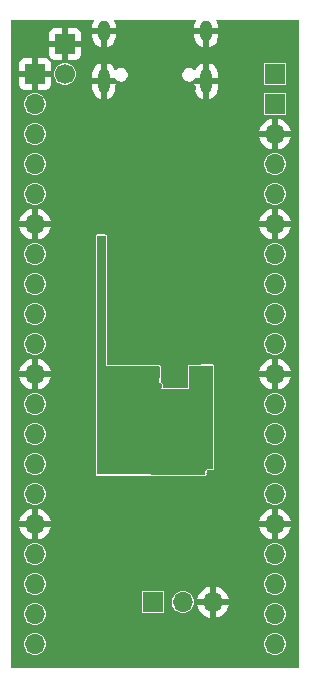
<source format=gbr>
%TF.GenerationSoftware,KiCad,Pcbnew,8.0.3*%
%TF.CreationDate,2024-07-23T22:42:35-04:00*%
%TF.ProjectId,RP2040 Custom,52503230-3430-4204-9375-73746f6d2e6b,rev?*%
%TF.SameCoordinates,Original*%
%TF.FileFunction,Copper,L4,Bot*%
%TF.FilePolarity,Positive*%
%FSLAX46Y46*%
G04 Gerber Fmt 4.6, Leading zero omitted, Abs format (unit mm)*
G04 Created by KiCad (PCBNEW 8.0.3) date 2024-07-23 22:42:35*
%MOMM*%
%LPD*%
G01*
G04 APERTURE LIST*
%TA.AperFunction,ComponentPad*%
%ADD10R,1.700000X1.700000*%
%TD*%
%TA.AperFunction,ComponentPad*%
%ADD11C,1.700000*%
%TD*%
%TA.AperFunction,ComponentPad*%
%ADD12O,1.700000X1.700000*%
%TD*%
%TA.AperFunction,ComponentPad*%
%ADD13O,1.000000X2.100000*%
%TD*%
%TA.AperFunction,ComponentPad*%
%ADD14O,1.000000X1.800000*%
%TD*%
%TA.AperFunction,ViaPad*%
%ADD15C,0.600000*%
%TD*%
G04 APERTURE END LIST*
D10*
%TO.P,J4,1,Pin_1*%
%TO.N,GND*%
X132080000Y-45720000D03*
D11*
%TO.P,J4,2,Pin_2*%
%TO.N,Net-(J4-Pin_2)*%
X132080000Y-48260000D03*
%TD*%
D10*
%TO.P,J2,1,Pin_1*%
%TO.N,GND*%
X129540000Y-48260000D03*
D12*
%TO.P,J2,2,Pin_2*%
%TO.N,GPIO0*%
X129540000Y-50800000D03*
%TO.P,J2,3,Pin_3*%
%TO.N,GPIO1*%
X129540000Y-53340000D03*
%TO.P,J2,4,Pin_4*%
%TO.N,GPIO2*%
X129540000Y-55880000D03*
%TO.P,J2,5,Pin_5*%
%TO.N,GPIO3*%
X129540000Y-58420000D03*
%TO.P,J2,6,Pin_6*%
%TO.N,GND*%
X129540000Y-60960000D03*
%TO.P,J2,7,Pin_7*%
%TO.N,GPIO4*%
X129540000Y-63500000D03*
%TO.P,J2,8,Pin_8*%
%TO.N,GPIO5*%
X129540000Y-66040000D03*
%TO.P,J2,9,Pin_9*%
%TO.N,GPIO6*%
X129540000Y-68580000D03*
%TO.P,J2,10,Pin_10*%
%TO.N,GPIO7*%
X129540000Y-71120000D03*
%TO.P,J2,11,Pin_11*%
%TO.N,GND*%
X129540000Y-73660000D03*
%TO.P,J2,12,Pin_12*%
%TO.N,GPIO8*%
X129540000Y-76200000D03*
%TO.P,J2,13,Pin_13*%
%TO.N,GPIO9*%
X129540000Y-78740000D03*
%TO.P,J2,14,Pin_14*%
%TO.N,GPIO10*%
X129540000Y-81280000D03*
%TO.P,J2,15,Pin_15*%
%TO.N,GPIO11*%
X129540000Y-83820000D03*
%TO.P,J2,16,Pin_16*%
%TO.N,GND*%
X129540000Y-86360000D03*
%TO.P,J2,17,Pin_17*%
%TO.N,GPIO12*%
X129540000Y-88900000D03*
%TO.P,J2,18,Pin_18*%
%TO.N,GPIO13*%
X129540000Y-91440000D03*
%TO.P,J2,19,Pin_19*%
%TO.N,GPIO14*%
X129540000Y-93980000D03*
%TO.P,J2,20,Pin_20*%
%TO.N,GPIO15*%
X129540000Y-96520000D03*
%TD*%
D10*
%TO.P,J1,1,Pin_1*%
%TO.N,5v*%
X149860000Y-48260000D03*
%TO.P,J1,2,Pin_2*%
X149860000Y-50800000D03*
D12*
%TO.P,J1,3,Pin_3*%
%TO.N,GND*%
X149860000Y-53340000D03*
%TO.P,J1,4,Pin_4*%
%TO.N,GPIO29*%
X149860000Y-55880000D03*
%TO.P,J1,5,Pin_5*%
%TO.N,GPIO28*%
X149860000Y-58420000D03*
%TO.P,J1,6,Pin_6*%
%TO.N,GND*%
X149860000Y-60960000D03*
%TO.P,J1,7,Pin_7*%
%TO.N,GPIO27*%
X149860000Y-63500000D03*
%TO.P,J1,8,Pin_8*%
%TO.N,GPIO26*%
X149860000Y-66040000D03*
%TO.P,J1,9,Pin_9*%
%TO.N,GPIO25*%
X149860000Y-68580000D03*
%TO.P,J1,10,Pin_10*%
%TO.N,GPIO24*%
X149860000Y-71120000D03*
%TO.P,J1,11,Pin_11*%
%TO.N,GND*%
X149860000Y-73660000D03*
%TO.P,J1,12,Pin_12*%
%TO.N,GPIO23*%
X149860000Y-76200000D03*
%TO.P,J1,13,Pin_13*%
%TO.N,GPIO22*%
X149860000Y-78740000D03*
%TO.P,J1,14,Pin_14*%
%TO.N,GPIO21*%
X149860000Y-81280000D03*
%TO.P,J1,15,Pin_15*%
%TO.N,GPIO20*%
X149860000Y-83820000D03*
%TO.P,J1,16,Pin_16*%
%TO.N,GND*%
X149860000Y-86360000D03*
%TO.P,J1,17,Pin_17*%
%TO.N,GPIO19*%
X149860000Y-88900000D03*
%TO.P,J1,18,Pin_18*%
%TO.N,GPIO18*%
X149860000Y-91440000D03*
%TO.P,J1,19,Pin_19*%
%TO.N,GPIO17*%
X149860000Y-93980000D03*
%TO.P,J1,20,Pin_20*%
%TO.N,GPIO16*%
X149860000Y-96520000D03*
%TD*%
D10*
%TO.P,J5,1,Pin_1*%
%TO.N,Net-(J5-Pin_1)*%
X139522200Y-92964000D03*
D12*
%TO.P,J5,2,Pin_2*%
%TO.N,Net-(J5-Pin_2)*%
X142062200Y-92964000D03*
%TO.P,J5,3,Pin_3*%
%TO.N,GND*%
X144602200Y-92964000D03*
%TD*%
D13*
%TO.P,USB1,S1,SHIELD*%
%TO.N,GND*%
X144020000Y-48845000D03*
D14*
X144020000Y-44645000D03*
D13*
X135380000Y-48845000D03*
D14*
X135380000Y-44645000D03*
%TD*%
D15*
%TO.N,GND*%
X132562600Y-97612200D03*
X131597400Y-87807800D03*
X131521200Y-50927000D03*
X147167600Y-98018600D03*
X131292600Y-53924200D03*
X142062200Y-55397400D03*
X137744200Y-64592200D03*
X146558000Y-60096400D03*
X136525000Y-49453800D03*
X147548600Y-93116400D03*
X147828000Y-71882000D03*
X131902200Y-92735400D03*
X142113000Y-61645800D03*
X131572000Y-80467200D03*
X144348200Y-82067400D03*
X147396200Y-87884000D03*
X147497800Y-90170000D03*
X147250321Y-74878575D03*
X137744200Y-56819800D03*
X133553200Y-71170800D03*
X144957800Y-57378600D03*
X133756400Y-64643000D03*
X131978400Y-76073000D03*
X131699000Y-83997800D03*
X147447000Y-67233800D03*
X130962400Y-58699400D03*
X147040600Y-53467000D03*
X147193000Y-63957200D03*
X131089400Y-56261000D03*
X147853400Y-82067400D03*
X147421600Y-76962000D03*
X131648200Y-90246200D03*
X142925800Y-49453800D03*
X147320000Y-69367400D03*
X147828000Y-79451200D03*
X130810000Y-62865000D03*
X147548600Y-84175600D03*
%TO.N,3.3V*%
X141528800Y-79781400D03*
X139598400Y-79679800D03*
X136956800Y-78181200D03*
X135102600Y-62331600D03*
X140004800Y-74701400D03*
X136118600Y-73736200D03*
X142316200Y-78181200D03*
X143154400Y-73609200D03*
%TD*%
%TA.AperFunction,Conductor*%
%TO.N,GND*%
G36*
X134497472Y-43694852D02*
G01*
X134511824Y-43729500D01*
X134503566Y-43756723D01*
X134493810Y-43771323D01*
X134418429Y-43953309D01*
X134418429Y-43953310D01*
X134380000Y-44146512D01*
X134380000Y-44395000D01*
X135080000Y-44395000D01*
X135080000Y-44895000D01*
X134380000Y-44895000D01*
X134380000Y-45143487D01*
X134418429Y-45336689D01*
X134418429Y-45336690D01*
X134493809Y-45518674D01*
X134603246Y-45682460D01*
X134742539Y-45821753D01*
X134906325Y-45931190D01*
X135088310Y-46006570D01*
X135130000Y-46014862D01*
X135130000Y-45211988D01*
X135139940Y-45229205D01*
X135195795Y-45285060D01*
X135264204Y-45324556D01*
X135340504Y-45345000D01*
X135419496Y-45345000D01*
X135495796Y-45324556D01*
X135564205Y-45285060D01*
X135620060Y-45229205D01*
X135630000Y-45211988D01*
X135630000Y-46014862D01*
X135671689Y-46006570D01*
X135671690Y-46006570D01*
X135853674Y-45931190D01*
X136017460Y-45821753D01*
X136156753Y-45682460D01*
X136266190Y-45518674D01*
X136341570Y-45336690D01*
X136341570Y-45336689D01*
X136380000Y-45143487D01*
X136380000Y-44895000D01*
X135680000Y-44895000D01*
X135680000Y-44395000D01*
X136380000Y-44395000D01*
X136380000Y-44146512D01*
X136341570Y-43953310D01*
X136341570Y-43953309D01*
X136266189Y-43771323D01*
X136256434Y-43756723D01*
X136249117Y-43719941D01*
X136269953Y-43688758D01*
X136297176Y-43680500D01*
X143102824Y-43680500D01*
X143137472Y-43694852D01*
X143151824Y-43729500D01*
X143143566Y-43756723D01*
X143133810Y-43771323D01*
X143058429Y-43953309D01*
X143058429Y-43953310D01*
X143020000Y-44146512D01*
X143020000Y-44395000D01*
X143720000Y-44395000D01*
X143720000Y-44895000D01*
X143020000Y-44895000D01*
X143020000Y-45143487D01*
X143058429Y-45336689D01*
X143058429Y-45336690D01*
X143133809Y-45518674D01*
X143243246Y-45682460D01*
X143382539Y-45821753D01*
X143546325Y-45931190D01*
X143728310Y-46006570D01*
X143770000Y-46014862D01*
X143770000Y-45211988D01*
X143779940Y-45229205D01*
X143835795Y-45285060D01*
X143904204Y-45324556D01*
X143980504Y-45345000D01*
X144059496Y-45345000D01*
X144135796Y-45324556D01*
X144204205Y-45285060D01*
X144260060Y-45229205D01*
X144270000Y-45211988D01*
X144270000Y-46014862D01*
X144311689Y-46006570D01*
X144311690Y-46006570D01*
X144493674Y-45931190D01*
X144657460Y-45821753D01*
X144796753Y-45682460D01*
X144906190Y-45518674D01*
X144981570Y-45336690D01*
X144981570Y-45336689D01*
X145020000Y-45143487D01*
X145020000Y-44895000D01*
X144320000Y-44895000D01*
X144320000Y-44395000D01*
X145020000Y-44395000D01*
X145020000Y-44146512D01*
X144981570Y-43953310D01*
X144981570Y-43953309D01*
X144906189Y-43771323D01*
X144896434Y-43756723D01*
X144889117Y-43719941D01*
X144909953Y-43688758D01*
X144937176Y-43680500D01*
X151850500Y-43680500D01*
X151885148Y-43694852D01*
X151899500Y-43729500D01*
X151899500Y-98510500D01*
X151885148Y-98545148D01*
X151850500Y-98559500D01*
X127549500Y-98559500D01*
X127514852Y-98545148D01*
X127500500Y-98510500D01*
X127500500Y-96519999D01*
X128584901Y-96519999D01*
X128584901Y-96520000D01*
X128603253Y-96706331D01*
X128603253Y-96706332D01*
X128657604Y-96885502D01*
X128745863Y-97050624D01*
X128745868Y-97050631D01*
X128808775Y-97127282D01*
X128864643Y-97195357D01*
X128947590Y-97263430D01*
X129009368Y-97314131D01*
X129009375Y-97314136D01*
X129174499Y-97402396D01*
X129353669Y-97456747D01*
X129540000Y-97475099D01*
X129726331Y-97456747D01*
X129905501Y-97402396D01*
X130070625Y-97314136D01*
X130215357Y-97195357D01*
X130334136Y-97050625D01*
X130422396Y-96885501D01*
X130476747Y-96706331D01*
X130495099Y-96520000D01*
X130495099Y-96519999D01*
X148904901Y-96519999D01*
X148904901Y-96520000D01*
X148923253Y-96706331D01*
X148923253Y-96706332D01*
X148977604Y-96885502D01*
X149065863Y-97050624D01*
X149065868Y-97050631D01*
X149128775Y-97127282D01*
X149184643Y-97195357D01*
X149267590Y-97263430D01*
X149329368Y-97314131D01*
X149329375Y-97314136D01*
X149494499Y-97402396D01*
X149673669Y-97456747D01*
X149860000Y-97475099D01*
X150046331Y-97456747D01*
X150225501Y-97402396D01*
X150390625Y-97314136D01*
X150535357Y-97195357D01*
X150654136Y-97050625D01*
X150742396Y-96885501D01*
X150796747Y-96706331D01*
X150815099Y-96520000D01*
X150796747Y-96333669D01*
X150742396Y-96154499D01*
X150654136Y-95989375D01*
X150654131Y-95989368D01*
X150603430Y-95927590D01*
X150535357Y-95844643D01*
X150467282Y-95788775D01*
X150390631Y-95725868D01*
X150390624Y-95725863D01*
X150225502Y-95637604D01*
X150046331Y-95583253D01*
X149860000Y-95564901D01*
X149673668Y-95583253D01*
X149673667Y-95583253D01*
X149494497Y-95637604D01*
X149329375Y-95725863D01*
X149329368Y-95725868D01*
X149184643Y-95844643D01*
X149065868Y-95989368D01*
X149065863Y-95989375D01*
X148977604Y-96154497D01*
X148923253Y-96333667D01*
X148923253Y-96333668D01*
X148904901Y-96519999D01*
X130495099Y-96519999D01*
X130476747Y-96333669D01*
X130422396Y-96154499D01*
X130334136Y-95989375D01*
X130334131Y-95989368D01*
X130283430Y-95927590D01*
X130215357Y-95844643D01*
X130147282Y-95788775D01*
X130070631Y-95725868D01*
X130070624Y-95725863D01*
X129905502Y-95637604D01*
X129726331Y-95583253D01*
X129540000Y-95564901D01*
X129353668Y-95583253D01*
X129353667Y-95583253D01*
X129174497Y-95637604D01*
X129009375Y-95725863D01*
X129009368Y-95725868D01*
X128864643Y-95844643D01*
X128745868Y-95989368D01*
X128745863Y-95989375D01*
X128657604Y-96154497D01*
X128603253Y-96333667D01*
X128603253Y-96333668D01*
X128584901Y-96519999D01*
X127500500Y-96519999D01*
X127500500Y-93979999D01*
X128584901Y-93979999D01*
X128584901Y-93980000D01*
X128603253Y-94166331D01*
X128603253Y-94166332D01*
X128657604Y-94345502D01*
X128745863Y-94510624D01*
X128745868Y-94510631D01*
X128808775Y-94587282D01*
X128864643Y-94655357D01*
X128947590Y-94723430D01*
X129009368Y-94774131D01*
X129009375Y-94774136D01*
X129174499Y-94862396D01*
X129353669Y-94916747D01*
X129540000Y-94935099D01*
X129726331Y-94916747D01*
X129905501Y-94862396D01*
X130070625Y-94774136D01*
X130215357Y-94655357D01*
X130334136Y-94510625D01*
X130422396Y-94345501D01*
X130476747Y-94166331D01*
X130495099Y-93980000D01*
X130476747Y-93793669D01*
X130422396Y-93614499D01*
X130334136Y-93449375D01*
X130334131Y-93449368D01*
X130235758Y-93329502D01*
X130215357Y-93304643D01*
X130104909Y-93214000D01*
X130070631Y-93185868D01*
X130070624Y-93185863D01*
X129905502Y-93097604D01*
X129726331Y-93043253D01*
X129540000Y-93024901D01*
X129353668Y-93043253D01*
X129353667Y-93043253D01*
X129174497Y-93097604D01*
X129009375Y-93185863D01*
X129009368Y-93185868D01*
X128864643Y-93304643D01*
X128745868Y-93449368D01*
X128745863Y-93449375D01*
X128657604Y-93614497D01*
X128603253Y-93793667D01*
X128603253Y-93793668D01*
X128584901Y-93979999D01*
X127500500Y-93979999D01*
X127500500Y-91439999D01*
X128584901Y-91439999D01*
X128584901Y-91440000D01*
X128603253Y-91626331D01*
X128603253Y-91626332D01*
X128657604Y-91805502D01*
X128745863Y-91970624D01*
X128745868Y-91970631D01*
X128804064Y-92041542D01*
X128864643Y-92115357D01*
X128931060Y-92169864D01*
X129009368Y-92234131D01*
X129009375Y-92234136D01*
X129174499Y-92322396D01*
X129353669Y-92376747D01*
X129540000Y-92395099D01*
X129726331Y-92376747D01*
X129905501Y-92322396D01*
X130070625Y-92234136D01*
X130215357Y-92115357D01*
X130224600Y-92104095D01*
X138571700Y-92104095D01*
X138571700Y-93823894D01*
X138571701Y-93823898D01*
X138577531Y-93853213D01*
X138577531Y-93853214D01*
X138577532Y-93853215D01*
X138577532Y-93853216D01*
X138599742Y-93886456D01*
X138599743Y-93886457D01*
X138632987Y-93908669D01*
X138662301Y-93914500D01*
X140382098Y-93914499D01*
X140411413Y-93908669D01*
X140444657Y-93886457D01*
X140466869Y-93853213D01*
X140472700Y-93823899D01*
X140472699Y-92963999D01*
X141107101Y-92963999D01*
X141107101Y-92964000D01*
X141125453Y-93150331D01*
X141125453Y-93150332D01*
X141179804Y-93329502D01*
X141268063Y-93494624D01*
X141268068Y-93494631D01*
X141330975Y-93571282D01*
X141386843Y-93639357D01*
X141469790Y-93707430D01*
X141531568Y-93758131D01*
X141531575Y-93758136D01*
X141696699Y-93846396D01*
X141875869Y-93900747D01*
X142062200Y-93919099D01*
X142248531Y-93900747D01*
X142427701Y-93846396D01*
X142592825Y-93758136D01*
X142737557Y-93639357D01*
X142856336Y-93494625D01*
X142944596Y-93329501D01*
X142998947Y-93150331D01*
X143017299Y-92964000D01*
X142998947Y-92777669D01*
X142979633Y-92713999D01*
X143271563Y-92713999D01*
X143271564Y-92714000D01*
X144169188Y-92714000D01*
X144136275Y-92771007D01*
X144102200Y-92898174D01*
X144102200Y-93029826D01*
X144136275Y-93156993D01*
X144169188Y-93214000D01*
X143271563Y-93214000D01*
X143328766Y-93427483D01*
X143328768Y-93427488D01*
X143428598Y-93641577D01*
X143428605Y-93641589D01*
X143564085Y-93835072D01*
X143564091Y-93835079D01*
X143731120Y-94002108D01*
X143731127Y-94002114D01*
X143924610Y-94137594D01*
X143924622Y-94137601D01*
X144138711Y-94237431D01*
X144138716Y-94237433D01*
X144352200Y-94294634D01*
X144352200Y-93397012D01*
X144409207Y-93429925D01*
X144536374Y-93464000D01*
X144668026Y-93464000D01*
X144795193Y-93429925D01*
X144852200Y-93397012D01*
X144852200Y-94294634D01*
X145065683Y-94237433D01*
X145065688Y-94237431D01*
X145279777Y-94137601D01*
X145279789Y-94137594D01*
X145473272Y-94002114D01*
X145473279Y-94002108D01*
X145495388Y-93979999D01*
X148904901Y-93979999D01*
X148904901Y-93980000D01*
X148923253Y-94166331D01*
X148923253Y-94166332D01*
X148977604Y-94345502D01*
X149065863Y-94510624D01*
X149065868Y-94510631D01*
X149128775Y-94587282D01*
X149184643Y-94655357D01*
X149267590Y-94723430D01*
X149329368Y-94774131D01*
X149329375Y-94774136D01*
X149494499Y-94862396D01*
X149673669Y-94916747D01*
X149860000Y-94935099D01*
X150046331Y-94916747D01*
X150225501Y-94862396D01*
X150390625Y-94774136D01*
X150535357Y-94655357D01*
X150654136Y-94510625D01*
X150742396Y-94345501D01*
X150796747Y-94166331D01*
X150815099Y-93980000D01*
X150796747Y-93793669D01*
X150742396Y-93614499D01*
X150654136Y-93449375D01*
X150654131Y-93449368D01*
X150555758Y-93329502D01*
X150535357Y-93304643D01*
X150424909Y-93214000D01*
X150390631Y-93185868D01*
X150390624Y-93185863D01*
X150225502Y-93097604D01*
X150046331Y-93043253D01*
X149860000Y-93024901D01*
X149673668Y-93043253D01*
X149673667Y-93043253D01*
X149494497Y-93097604D01*
X149329375Y-93185863D01*
X149329368Y-93185868D01*
X149184643Y-93304643D01*
X149065868Y-93449368D01*
X149065863Y-93449375D01*
X148977604Y-93614497D01*
X148923253Y-93793667D01*
X148923253Y-93793668D01*
X148904901Y-93979999D01*
X145495388Y-93979999D01*
X145640308Y-93835079D01*
X145640314Y-93835072D01*
X145775794Y-93641589D01*
X145775801Y-93641577D01*
X145875631Y-93427488D01*
X145875633Y-93427483D01*
X145932836Y-93214000D01*
X145035212Y-93214000D01*
X145068125Y-93156993D01*
X145102200Y-93029826D01*
X145102200Y-92898174D01*
X145068125Y-92771007D01*
X145035212Y-92714000D01*
X145932836Y-92714000D01*
X145932836Y-92713999D01*
X145875633Y-92500516D01*
X145875632Y-92500511D01*
X145775801Y-92286423D01*
X145775794Y-92286411D01*
X145640314Y-92092927D01*
X145640308Y-92092920D01*
X145473279Y-91925891D01*
X145473272Y-91925885D01*
X145279789Y-91790405D01*
X145279777Y-91790398D01*
X145065688Y-91690568D01*
X145065683Y-91690566D01*
X144852200Y-91633363D01*
X144852200Y-92530988D01*
X144795193Y-92498075D01*
X144668026Y-92464000D01*
X144536374Y-92464000D01*
X144409207Y-92498075D01*
X144352200Y-92530988D01*
X144352200Y-91633363D01*
X144352199Y-91633363D01*
X144138716Y-91690566D01*
X144138711Y-91690567D01*
X143924623Y-91790398D01*
X143924611Y-91790405D01*
X143731127Y-91925885D01*
X143731120Y-91925891D01*
X143564091Y-92092920D01*
X143564085Y-92092927D01*
X143428605Y-92286411D01*
X143428598Y-92286423D01*
X143328767Y-92500511D01*
X143328766Y-92500516D01*
X143271563Y-92713999D01*
X142979633Y-92713999D01*
X142944596Y-92598499D01*
X142856336Y-92433375D01*
X142856331Y-92433368D01*
X142765257Y-92322396D01*
X142737557Y-92288643D01*
X142669482Y-92232775D01*
X142592831Y-92169868D01*
X142592824Y-92169863D01*
X142427702Y-92081604D01*
X142248531Y-92027253D01*
X142062200Y-92008901D01*
X141875868Y-92027253D01*
X141875867Y-92027253D01*
X141696697Y-92081604D01*
X141531575Y-92169863D01*
X141531568Y-92169868D01*
X141386843Y-92288643D01*
X141268068Y-92433368D01*
X141268063Y-92433375D01*
X141179804Y-92598497D01*
X141125453Y-92777667D01*
X141125453Y-92777668D01*
X141107101Y-92963999D01*
X140472699Y-92963999D01*
X140472699Y-92104102D01*
X140466869Y-92074787D01*
X140466867Y-92074784D01*
X140466867Y-92074783D01*
X140444657Y-92041543D01*
X140411412Y-92019330D01*
X140382101Y-92013500D01*
X138662305Y-92013500D01*
X138662304Y-92013500D01*
X138662302Y-92013501D01*
X138632987Y-92019331D01*
X138632986Y-92019331D01*
X138632984Y-92019332D01*
X138632983Y-92019332D01*
X138599743Y-92041542D01*
X138577530Y-92074786D01*
X138577530Y-92074787D01*
X138571700Y-92104095D01*
X130224600Y-92104095D01*
X130334136Y-91970625D01*
X130422396Y-91805501D01*
X130476747Y-91626331D01*
X130495099Y-91440000D01*
X130495099Y-91439999D01*
X148904901Y-91439999D01*
X148904901Y-91440000D01*
X148923253Y-91626331D01*
X148923253Y-91626332D01*
X148977604Y-91805502D01*
X149065863Y-91970624D01*
X149065868Y-91970631D01*
X149124064Y-92041542D01*
X149184643Y-92115357D01*
X149251060Y-92169864D01*
X149329368Y-92234131D01*
X149329375Y-92234136D01*
X149494499Y-92322396D01*
X149673669Y-92376747D01*
X149860000Y-92395099D01*
X150046331Y-92376747D01*
X150225501Y-92322396D01*
X150390625Y-92234136D01*
X150535357Y-92115357D01*
X150654136Y-91970625D01*
X150742396Y-91805501D01*
X150796747Y-91626331D01*
X150815099Y-91440000D01*
X150796747Y-91253669D01*
X150742396Y-91074499D01*
X150654136Y-90909375D01*
X150654131Y-90909368D01*
X150603430Y-90847590D01*
X150535357Y-90764643D01*
X150467282Y-90708775D01*
X150390631Y-90645868D01*
X150390624Y-90645863D01*
X150225502Y-90557604D01*
X150046331Y-90503253D01*
X149860000Y-90484901D01*
X149673668Y-90503253D01*
X149673667Y-90503253D01*
X149494497Y-90557604D01*
X149329375Y-90645863D01*
X149329368Y-90645868D01*
X149184643Y-90764643D01*
X149065868Y-90909368D01*
X149065863Y-90909375D01*
X148977604Y-91074497D01*
X148923253Y-91253667D01*
X148923253Y-91253668D01*
X148904901Y-91439999D01*
X130495099Y-91439999D01*
X130476747Y-91253669D01*
X130422396Y-91074499D01*
X130334136Y-90909375D01*
X130334131Y-90909368D01*
X130283430Y-90847590D01*
X130215357Y-90764643D01*
X130147282Y-90708775D01*
X130070631Y-90645868D01*
X130070624Y-90645863D01*
X129905502Y-90557604D01*
X129726331Y-90503253D01*
X129540000Y-90484901D01*
X129353668Y-90503253D01*
X129353667Y-90503253D01*
X129174497Y-90557604D01*
X129009375Y-90645863D01*
X129009368Y-90645868D01*
X128864643Y-90764643D01*
X128745868Y-90909368D01*
X128745863Y-90909375D01*
X128657604Y-91074497D01*
X128603253Y-91253667D01*
X128603253Y-91253668D01*
X128584901Y-91439999D01*
X127500500Y-91439999D01*
X127500500Y-88899999D01*
X128584901Y-88899999D01*
X128584901Y-88900000D01*
X128603253Y-89086331D01*
X128603253Y-89086332D01*
X128657604Y-89265502D01*
X128745863Y-89430624D01*
X128745868Y-89430631D01*
X128808775Y-89507282D01*
X128864643Y-89575357D01*
X128947590Y-89643430D01*
X129009368Y-89694131D01*
X129009375Y-89694136D01*
X129174499Y-89782396D01*
X129353669Y-89836747D01*
X129540000Y-89855099D01*
X129726331Y-89836747D01*
X129905501Y-89782396D01*
X130070625Y-89694136D01*
X130215357Y-89575357D01*
X130334136Y-89430625D01*
X130422396Y-89265501D01*
X130476747Y-89086331D01*
X130495099Y-88900000D01*
X130495099Y-88899999D01*
X148904901Y-88899999D01*
X148904901Y-88900000D01*
X148923253Y-89086331D01*
X148923253Y-89086332D01*
X148977604Y-89265502D01*
X149065863Y-89430624D01*
X149065868Y-89430631D01*
X149128775Y-89507282D01*
X149184643Y-89575357D01*
X149267590Y-89643430D01*
X149329368Y-89694131D01*
X149329375Y-89694136D01*
X149494499Y-89782396D01*
X149673669Y-89836747D01*
X149860000Y-89855099D01*
X150046331Y-89836747D01*
X150225501Y-89782396D01*
X150390625Y-89694136D01*
X150535357Y-89575357D01*
X150654136Y-89430625D01*
X150742396Y-89265501D01*
X150796747Y-89086331D01*
X150815099Y-88900000D01*
X150796747Y-88713669D01*
X150742396Y-88534499D01*
X150654136Y-88369375D01*
X150654131Y-88369368D01*
X150603430Y-88307590D01*
X150535357Y-88224643D01*
X150467282Y-88168775D01*
X150390631Y-88105868D01*
X150390624Y-88105863D01*
X150225502Y-88017604D01*
X150046331Y-87963253D01*
X149860000Y-87944901D01*
X149673668Y-87963253D01*
X149673667Y-87963253D01*
X149494497Y-88017604D01*
X149329375Y-88105863D01*
X149329368Y-88105868D01*
X149184643Y-88224643D01*
X149065868Y-88369368D01*
X149065863Y-88369375D01*
X148977604Y-88534497D01*
X148923253Y-88713667D01*
X148923253Y-88713668D01*
X148904901Y-88899999D01*
X130495099Y-88899999D01*
X130476747Y-88713669D01*
X130422396Y-88534499D01*
X130334136Y-88369375D01*
X130334131Y-88369368D01*
X130283430Y-88307590D01*
X130215357Y-88224643D01*
X130147282Y-88168775D01*
X130070631Y-88105868D01*
X130070624Y-88105863D01*
X129905502Y-88017604D01*
X129726331Y-87963253D01*
X129540000Y-87944901D01*
X129353668Y-87963253D01*
X129353667Y-87963253D01*
X129174497Y-88017604D01*
X129009375Y-88105863D01*
X129009368Y-88105868D01*
X128864643Y-88224643D01*
X128745868Y-88369368D01*
X128745863Y-88369375D01*
X128657604Y-88534497D01*
X128603253Y-88713667D01*
X128603253Y-88713668D01*
X128584901Y-88899999D01*
X127500500Y-88899999D01*
X127500500Y-86109999D01*
X128209363Y-86109999D01*
X128209364Y-86110000D01*
X129106988Y-86110000D01*
X129074075Y-86167007D01*
X129040000Y-86294174D01*
X129040000Y-86425826D01*
X129074075Y-86552993D01*
X129106988Y-86610000D01*
X128209363Y-86610000D01*
X128266566Y-86823483D01*
X128266568Y-86823488D01*
X128366398Y-87037577D01*
X128366405Y-87037589D01*
X128501885Y-87231072D01*
X128501891Y-87231079D01*
X128668920Y-87398108D01*
X128668927Y-87398114D01*
X128862410Y-87533594D01*
X128862422Y-87533601D01*
X129076511Y-87633431D01*
X129076516Y-87633433D01*
X129290000Y-87690634D01*
X129290000Y-86793012D01*
X129347007Y-86825925D01*
X129474174Y-86860000D01*
X129605826Y-86860000D01*
X129732993Y-86825925D01*
X129790000Y-86793012D01*
X129790000Y-87690634D01*
X130003483Y-87633433D01*
X130003488Y-87633431D01*
X130217577Y-87533601D01*
X130217589Y-87533594D01*
X130411072Y-87398114D01*
X130411079Y-87398108D01*
X130578108Y-87231079D01*
X130578114Y-87231072D01*
X130713594Y-87037589D01*
X130713601Y-87037577D01*
X130813431Y-86823488D01*
X130813433Y-86823483D01*
X130870636Y-86610000D01*
X129973012Y-86610000D01*
X130005925Y-86552993D01*
X130040000Y-86425826D01*
X130040000Y-86294174D01*
X130005925Y-86167007D01*
X129973012Y-86110000D01*
X130870636Y-86110000D01*
X130870636Y-86109999D01*
X148529363Y-86109999D01*
X148529364Y-86110000D01*
X149426988Y-86110000D01*
X149394075Y-86167007D01*
X149360000Y-86294174D01*
X149360000Y-86425826D01*
X149394075Y-86552993D01*
X149426988Y-86610000D01*
X148529363Y-86610000D01*
X148586566Y-86823483D01*
X148586568Y-86823488D01*
X148686398Y-87037577D01*
X148686405Y-87037589D01*
X148821885Y-87231072D01*
X148821891Y-87231079D01*
X148988920Y-87398108D01*
X148988927Y-87398114D01*
X149182410Y-87533594D01*
X149182422Y-87533601D01*
X149396511Y-87633431D01*
X149396516Y-87633433D01*
X149610000Y-87690634D01*
X149610000Y-86793012D01*
X149667007Y-86825925D01*
X149794174Y-86860000D01*
X149925826Y-86860000D01*
X150052993Y-86825925D01*
X150110000Y-86793012D01*
X150110000Y-87690634D01*
X150323483Y-87633433D01*
X150323488Y-87633431D01*
X150537577Y-87533601D01*
X150537589Y-87533594D01*
X150731072Y-87398114D01*
X150731079Y-87398108D01*
X150898108Y-87231079D01*
X150898114Y-87231072D01*
X151033594Y-87037589D01*
X151033601Y-87037577D01*
X151133431Y-86823488D01*
X151133433Y-86823483D01*
X151190636Y-86610000D01*
X150293012Y-86610000D01*
X150325925Y-86552993D01*
X150360000Y-86425826D01*
X150360000Y-86294174D01*
X150325925Y-86167007D01*
X150293012Y-86110000D01*
X151190636Y-86110000D01*
X151190636Y-86109999D01*
X151133433Y-85896516D01*
X151133432Y-85896511D01*
X151033601Y-85682423D01*
X151033594Y-85682411D01*
X150898114Y-85488927D01*
X150898108Y-85488920D01*
X150731079Y-85321891D01*
X150731072Y-85321885D01*
X150537589Y-85186405D01*
X150537577Y-85186398D01*
X150323488Y-85086568D01*
X150323483Y-85086566D01*
X150110000Y-85029363D01*
X150110000Y-85926988D01*
X150052993Y-85894075D01*
X149925826Y-85860000D01*
X149794174Y-85860000D01*
X149667007Y-85894075D01*
X149610000Y-85926988D01*
X149610000Y-85029363D01*
X149609999Y-85029363D01*
X149396516Y-85086566D01*
X149396511Y-85086567D01*
X149182423Y-85186398D01*
X149182411Y-85186405D01*
X148988927Y-85321885D01*
X148988920Y-85321891D01*
X148821891Y-85488920D01*
X148821885Y-85488927D01*
X148686405Y-85682411D01*
X148686398Y-85682423D01*
X148586567Y-85896511D01*
X148586566Y-85896516D01*
X148529363Y-86109999D01*
X130870636Y-86109999D01*
X130813433Y-85896516D01*
X130813432Y-85896511D01*
X130713601Y-85682423D01*
X130713594Y-85682411D01*
X130578114Y-85488927D01*
X130578108Y-85488920D01*
X130411079Y-85321891D01*
X130411072Y-85321885D01*
X130217589Y-85186405D01*
X130217577Y-85186398D01*
X130003488Y-85086568D01*
X130003483Y-85086566D01*
X129790000Y-85029363D01*
X129790000Y-85926988D01*
X129732993Y-85894075D01*
X129605826Y-85860000D01*
X129474174Y-85860000D01*
X129347007Y-85894075D01*
X129290000Y-85926988D01*
X129290000Y-85029363D01*
X129289999Y-85029363D01*
X129076516Y-85086566D01*
X129076511Y-85086567D01*
X128862423Y-85186398D01*
X128862411Y-85186405D01*
X128668927Y-85321885D01*
X128668920Y-85321891D01*
X128501891Y-85488920D01*
X128501885Y-85488927D01*
X128366405Y-85682411D01*
X128366398Y-85682423D01*
X128266567Y-85896511D01*
X128266566Y-85896516D01*
X128209363Y-86109999D01*
X127500500Y-86109999D01*
X127500500Y-83819999D01*
X128584901Y-83819999D01*
X128584901Y-83820000D01*
X128603253Y-84006331D01*
X128603253Y-84006332D01*
X128657604Y-84185502D01*
X128745863Y-84350624D01*
X128745868Y-84350631D01*
X128808775Y-84427282D01*
X128864643Y-84495357D01*
X128947590Y-84563430D01*
X129009368Y-84614131D01*
X129009375Y-84614136D01*
X129174499Y-84702396D01*
X129353669Y-84756747D01*
X129540000Y-84775099D01*
X129726331Y-84756747D01*
X129905501Y-84702396D01*
X130070625Y-84614136D01*
X130215357Y-84495357D01*
X130334136Y-84350625D01*
X130422396Y-84185501D01*
X130476747Y-84006331D01*
X130495099Y-83820000D01*
X130495099Y-83819999D01*
X148904901Y-83819999D01*
X148904901Y-83820000D01*
X148923253Y-84006331D01*
X148923253Y-84006332D01*
X148977604Y-84185502D01*
X149065863Y-84350624D01*
X149065868Y-84350631D01*
X149128775Y-84427282D01*
X149184643Y-84495357D01*
X149267590Y-84563430D01*
X149329368Y-84614131D01*
X149329375Y-84614136D01*
X149494499Y-84702396D01*
X149673669Y-84756747D01*
X149860000Y-84775099D01*
X150046331Y-84756747D01*
X150225501Y-84702396D01*
X150390625Y-84614136D01*
X150535357Y-84495357D01*
X150654136Y-84350625D01*
X150742396Y-84185501D01*
X150796747Y-84006331D01*
X150815099Y-83820000D01*
X150796747Y-83633669D01*
X150742396Y-83454499D01*
X150654136Y-83289375D01*
X150654131Y-83289368D01*
X150603430Y-83227590D01*
X150535357Y-83144643D01*
X150467282Y-83088775D01*
X150390631Y-83025868D01*
X150390624Y-83025863D01*
X150225502Y-82937604D01*
X150046331Y-82883253D01*
X149860000Y-82864901D01*
X149673668Y-82883253D01*
X149673667Y-82883253D01*
X149494497Y-82937604D01*
X149329375Y-83025863D01*
X149329368Y-83025868D01*
X149184643Y-83144643D01*
X149065868Y-83289368D01*
X149065863Y-83289375D01*
X148977604Y-83454497D01*
X148923253Y-83633667D01*
X148923253Y-83633668D01*
X148904901Y-83819999D01*
X130495099Y-83819999D01*
X130476747Y-83633669D01*
X130422396Y-83454499D01*
X130334136Y-83289375D01*
X130334131Y-83289368D01*
X130283430Y-83227590D01*
X130215357Y-83144643D01*
X130147282Y-83088775D01*
X130070631Y-83025868D01*
X130070624Y-83025863D01*
X129905502Y-82937604D01*
X129726331Y-82883253D01*
X129540000Y-82864901D01*
X129353668Y-82883253D01*
X129353667Y-82883253D01*
X129174497Y-82937604D01*
X129009375Y-83025863D01*
X129009368Y-83025868D01*
X128864643Y-83144643D01*
X128745868Y-83289368D01*
X128745863Y-83289375D01*
X128657604Y-83454497D01*
X128603253Y-83633667D01*
X128603253Y-83633668D01*
X128584901Y-83819999D01*
X127500500Y-83819999D01*
X127500500Y-81279999D01*
X128584901Y-81279999D01*
X128584901Y-81280000D01*
X128603253Y-81466331D01*
X128603253Y-81466332D01*
X128657604Y-81645502D01*
X128745863Y-81810624D01*
X128745868Y-81810631D01*
X128808016Y-81886357D01*
X128864643Y-81955357D01*
X128947590Y-82023430D01*
X129009368Y-82074131D01*
X129009375Y-82074136D01*
X129174499Y-82162396D01*
X129353669Y-82216747D01*
X129540000Y-82235099D01*
X129726331Y-82216747D01*
X129905501Y-82162396D01*
X129938603Y-82144703D01*
X134666965Y-82144703D01*
X134674894Y-82185128D01*
X134681880Y-82202114D01*
X134681880Y-82202115D01*
X134689354Y-82216877D01*
X134689355Y-82216878D01*
X134689357Y-82216881D01*
X134738828Y-82259354D01*
X134755780Y-82266427D01*
X134796131Y-82274562D01*
X143934123Y-82298234D01*
X143942528Y-82297920D01*
X143946344Y-82297625D01*
X143969840Y-82290008D01*
X143993329Y-82282395D01*
X143993330Y-82282394D01*
X143993337Y-82282392D01*
X144008999Y-82272794D01*
X144022387Y-82263067D01*
X144056458Y-82207475D01*
X144060747Y-82189614D01*
X144062364Y-82148476D01*
X144050736Y-82075063D01*
X144050736Y-82059733D01*
X144062926Y-81982764D01*
X144067664Y-81968183D01*
X144103039Y-81898756D01*
X144112046Y-81886360D01*
X144167160Y-81831246D01*
X144179556Y-81822239D01*
X144248985Y-81786863D01*
X144263562Y-81782126D01*
X144340540Y-81769935D01*
X144355858Y-81769935D01*
X144432835Y-81782126D01*
X144447412Y-81786864D01*
X144495366Y-81811300D01*
X144495373Y-81811302D01*
X144495376Y-81811304D01*
X144518502Y-81819854D01*
X144529332Y-81822470D01*
X144594209Y-81817499D01*
X144611199Y-81810516D01*
X144625969Y-81803041D01*
X144668451Y-81753577D01*
X144675527Y-81736626D01*
X144683669Y-81696275D01*
X144684813Y-81279999D01*
X148904901Y-81279999D01*
X148904901Y-81280000D01*
X148923253Y-81466331D01*
X148923253Y-81466332D01*
X148977604Y-81645502D01*
X149065863Y-81810624D01*
X149065868Y-81810631D01*
X149128016Y-81886357D01*
X149184643Y-81955357D01*
X149267590Y-82023430D01*
X149329368Y-82074131D01*
X149329375Y-82074136D01*
X149494499Y-82162396D01*
X149673669Y-82216747D01*
X149860000Y-82235099D01*
X150046331Y-82216747D01*
X150225501Y-82162396D01*
X150390625Y-82074136D01*
X150535357Y-81955357D01*
X150654136Y-81810625D01*
X150742396Y-81645501D01*
X150796747Y-81466331D01*
X150815099Y-81280000D01*
X150796747Y-81093669D01*
X150742396Y-80914499D01*
X150654136Y-80749375D01*
X150654131Y-80749368D01*
X150603430Y-80687590D01*
X150535357Y-80604643D01*
X150467282Y-80548775D01*
X150390631Y-80485868D01*
X150390624Y-80485863D01*
X150225502Y-80397604D01*
X150046331Y-80343253D01*
X149860000Y-80324901D01*
X149673668Y-80343253D01*
X149673667Y-80343253D01*
X149494497Y-80397604D01*
X149329375Y-80485863D01*
X149329368Y-80485868D01*
X149184643Y-80604643D01*
X149065868Y-80749368D01*
X149065863Y-80749375D01*
X148977604Y-80914497D01*
X148923253Y-81093667D01*
X148923253Y-81093668D01*
X148904901Y-81279999D01*
X144684813Y-81279999D01*
X144691791Y-78739999D01*
X148904901Y-78739999D01*
X148904901Y-78740000D01*
X148923253Y-78926331D01*
X148923253Y-78926332D01*
X148977604Y-79105502D01*
X149065863Y-79270624D01*
X149065868Y-79270631D01*
X149128775Y-79347282D01*
X149184643Y-79415357D01*
X149267590Y-79483430D01*
X149329368Y-79534131D01*
X149329375Y-79534136D01*
X149494499Y-79622396D01*
X149673669Y-79676747D01*
X149860000Y-79695099D01*
X150046331Y-79676747D01*
X150225501Y-79622396D01*
X150390625Y-79534136D01*
X150535357Y-79415357D01*
X150654136Y-79270625D01*
X150742396Y-79105501D01*
X150796747Y-78926331D01*
X150815099Y-78740000D01*
X150796747Y-78553669D01*
X150742396Y-78374499D01*
X150654136Y-78209375D01*
X150654131Y-78209368D01*
X150603430Y-78147590D01*
X150535357Y-78064643D01*
X150467282Y-78008775D01*
X150390631Y-77945868D01*
X150390624Y-77945863D01*
X150225502Y-77857604D01*
X150046331Y-77803253D01*
X149860000Y-77784901D01*
X149673668Y-77803253D01*
X149673667Y-77803253D01*
X149494497Y-77857604D01*
X149329375Y-77945863D01*
X149329368Y-77945868D01*
X149184643Y-78064643D01*
X149065868Y-78209368D01*
X149065863Y-78209375D01*
X148977604Y-78374497D01*
X148923253Y-78553667D01*
X148923253Y-78553668D01*
X148904901Y-78739999D01*
X144691791Y-78739999D01*
X144698769Y-76199999D01*
X148904901Y-76199999D01*
X148904901Y-76200000D01*
X148923253Y-76386331D01*
X148923253Y-76386332D01*
X148977604Y-76565502D01*
X149065863Y-76730624D01*
X149065868Y-76730631D01*
X149128775Y-76807282D01*
X149184643Y-76875357D01*
X149267590Y-76943430D01*
X149329368Y-76994131D01*
X149329375Y-76994136D01*
X149494499Y-77082396D01*
X149673669Y-77136747D01*
X149860000Y-77155099D01*
X150046331Y-77136747D01*
X150225501Y-77082396D01*
X150390625Y-76994136D01*
X150535357Y-76875357D01*
X150654136Y-76730625D01*
X150742396Y-76565501D01*
X150796747Y-76386331D01*
X150815099Y-76200000D01*
X150796747Y-76013669D01*
X150742396Y-75834499D01*
X150654136Y-75669375D01*
X150654131Y-75669368D01*
X150603430Y-75607590D01*
X150535357Y-75524643D01*
X150467282Y-75468775D01*
X150390631Y-75405868D01*
X150390624Y-75405863D01*
X150225502Y-75317604D01*
X150046331Y-75263253D01*
X149860000Y-75244901D01*
X149673668Y-75263253D01*
X149673667Y-75263253D01*
X149494497Y-75317604D01*
X149329375Y-75405863D01*
X149329368Y-75405868D01*
X149184643Y-75524643D01*
X149065868Y-75669368D01*
X149065863Y-75669375D01*
X148977604Y-75834497D01*
X148923253Y-76013667D01*
X148923253Y-76013668D01*
X148904901Y-76199999D01*
X144698769Y-76199999D01*
X144706434Y-73409999D01*
X148529363Y-73409999D01*
X148529364Y-73410000D01*
X149426988Y-73410000D01*
X149394075Y-73467007D01*
X149360000Y-73594174D01*
X149360000Y-73725826D01*
X149394075Y-73852993D01*
X149426988Y-73910000D01*
X148529363Y-73910000D01*
X148586566Y-74123483D01*
X148586568Y-74123488D01*
X148686398Y-74337577D01*
X148686405Y-74337589D01*
X148821885Y-74531072D01*
X148821891Y-74531079D01*
X148988920Y-74698108D01*
X148988927Y-74698114D01*
X149182410Y-74833594D01*
X149182422Y-74833601D01*
X149396511Y-74933431D01*
X149396516Y-74933433D01*
X149610000Y-74990634D01*
X149610000Y-74093012D01*
X149667007Y-74125925D01*
X149794174Y-74160000D01*
X149925826Y-74160000D01*
X150052993Y-74125925D01*
X150110000Y-74093012D01*
X150110000Y-74990634D01*
X150323483Y-74933433D01*
X150323488Y-74933431D01*
X150537577Y-74833601D01*
X150537589Y-74833594D01*
X150731072Y-74698114D01*
X150731079Y-74698108D01*
X150898108Y-74531079D01*
X150898114Y-74531072D01*
X151033594Y-74337589D01*
X151033601Y-74337577D01*
X151133431Y-74123488D01*
X151133433Y-74123483D01*
X151190636Y-73910000D01*
X150293012Y-73910000D01*
X150325925Y-73852993D01*
X150360000Y-73725826D01*
X150360000Y-73594174D01*
X150325925Y-73467007D01*
X150293012Y-73410000D01*
X151190636Y-73410000D01*
X151190636Y-73409999D01*
X151133433Y-73196516D01*
X151133432Y-73196511D01*
X151033601Y-72982423D01*
X151033594Y-72982411D01*
X150898114Y-72788927D01*
X150898108Y-72788920D01*
X150731079Y-72621891D01*
X150731072Y-72621885D01*
X150537589Y-72486405D01*
X150537577Y-72486398D01*
X150323488Y-72386568D01*
X150323483Y-72386566D01*
X150110000Y-72329363D01*
X150110000Y-73226988D01*
X150052993Y-73194075D01*
X149925826Y-73160000D01*
X149794174Y-73160000D01*
X149667007Y-73194075D01*
X149610000Y-73226988D01*
X149610000Y-72329363D01*
X149609999Y-72329363D01*
X149396516Y-72386566D01*
X149396511Y-72386567D01*
X149182423Y-72486398D01*
X149182411Y-72486405D01*
X148988927Y-72621885D01*
X148988920Y-72621891D01*
X148821891Y-72788920D01*
X148821885Y-72788927D01*
X148686405Y-72982411D01*
X148686398Y-72982423D01*
X148586567Y-73196511D01*
X148586566Y-73196516D01*
X148529363Y-73409999D01*
X144706434Y-73409999D01*
X144707633Y-72973462D01*
X144707631Y-72972602D01*
X144707631Y-72972506D01*
X144707631Y-72972505D01*
X144707629Y-72972240D01*
X144707629Y-72972232D01*
X144699081Y-72931196D01*
X144691837Y-72914316D01*
X144684137Y-72899666D01*
X144684136Y-72899665D01*
X144684136Y-72899664D01*
X144634028Y-72857952D01*
X144634023Y-72857949D01*
X144630594Y-72856579D01*
X144616968Y-72851136D01*
X144616964Y-72851135D01*
X144598317Y-72847670D01*
X144576495Y-72843616D01*
X144576493Y-72843616D01*
X144576488Y-72843615D01*
X142617957Y-72868408D01*
X142578308Y-72876687D01*
X142561635Y-72883717D01*
X142547502Y-72890975D01*
X142505158Y-72940556D01*
X142498130Y-72957525D01*
X142498129Y-72957528D01*
X142490100Y-72997899D01*
X142490100Y-74800900D01*
X142475748Y-74835548D01*
X142441100Y-74849900D01*
X140444143Y-74849900D01*
X140409495Y-74835548D01*
X140395143Y-74800900D01*
X140395744Y-74793247D01*
X140410292Y-74701400D01*
X140390446Y-74576096D01*
X140390444Y-74576092D01*
X140390444Y-74576090D01*
X140332854Y-74463064D01*
X140332849Y-74463057D01*
X140243142Y-74373350D01*
X140243137Y-74373346D01*
X140196412Y-74349539D01*
X140172056Y-74321022D01*
X140169662Y-74305240D01*
X140186171Y-73050704D01*
X140186178Y-73049984D01*
X140186180Y-73049668D01*
X140178153Y-73008630D01*
X140178151Y-73008625D01*
X140171126Y-72991663D01*
X140171120Y-72991652D01*
X140163606Y-72976904D01*
X140163604Y-72976901D01*
X140114025Y-72934559D01*
X140105911Y-72931198D01*
X140097052Y-72927529D01*
X140056682Y-72919500D01*
X140056680Y-72919500D01*
X135663500Y-72919500D01*
X135628852Y-72905148D01*
X135614500Y-72870500D01*
X135614500Y-71119999D01*
X148904901Y-71119999D01*
X148904901Y-71120000D01*
X148923253Y-71306331D01*
X148923253Y-71306332D01*
X148977604Y-71485502D01*
X149065863Y-71650624D01*
X149065868Y-71650631D01*
X149128775Y-71727282D01*
X149184643Y-71795357D01*
X149267590Y-71863430D01*
X149329368Y-71914131D01*
X149329375Y-71914136D01*
X149494499Y-72002396D01*
X149673669Y-72056747D01*
X149860000Y-72075099D01*
X150046331Y-72056747D01*
X150225501Y-72002396D01*
X150390625Y-71914136D01*
X150535357Y-71795357D01*
X150654136Y-71650625D01*
X150742396Y-71485501D01*
X150796747Y-71306331D01*
X150815099Y-71120000D01*
X150796747Y-70933669D01*
X150742396Y-70754499D01*
X150654136Y-70589375D01*
X150654131Y-70589368D01*
X150603430Y-70527590D01*
X150535357Y-70444643D01*
X150467282Y-70388775D01*
X150390631Y-70325868D01*
X150390624Y-70325863D01*
X150225502Y-70237604D01*
X150046331Y-70183253D01*
X149860000Y-70164901D01*
X149673668Y-70183253D01*
X149673667Y-70183253D01*
X149494497Y-70237604D01*
X149329375Y-70325863D01*
X149329368Y-70325868D01*
X149184643Y-70444643D01*
X149065868Y-70589368D01*
X149065863Y-70589375D01*
X148977604Y-70754497D01*
X148923253Y-70933667D01*
X148923253Y-70933668D01*
X148904901Y-71119999D01*
X135614500Y-71119999D01*
X135614500Y-68579999D01*
X148904901Y-68579999D01*
X148904901Y-68580000D01*
X148923253Y-68766331D01*
X148923253Y-68766332D01*
X148977604Y-68945502D01*
X149065863Y-69110624D01*
X149065868Y-69110631D01*
X149128775Y-69187282D01*
X149184643Y-69255357D01*
X149267590Y-69323430D01*
X149329368Y-69374131D01*
X149329375Y-69374136D01*
X149494499Y-69462396D01*
X149673669Y-69516747D01*
X149860000Y-69535099D01*
X150046331Y-69516747D01*
X150225501Y-69462396D01*
X150390625Y-69374136D01*
X150535357Y-69255357D01*
X150654136Y-69110625D01*
X150742396Y-68945501D01*
X150796747Y-68766331D01*
X150815099Y-68580000D01*
X150796747Y-68393669D01*
X150742396Y-68214499D01*
X150654136Y-68049375D01*
X150654131Y-68049368D01*
X150603430Y-67987590D01*
X150535357Y-67904643D01*
X150467282Y-67848775D01*
X150390631Y-67785868D01*
X150390624Y-67785863D01*
X150225502Y-67697604D01*
X150046331Y-67643253D01*
X149860000Y-67624901D01*
X149673668Y-67643253D01*
X149673667Y-67643253D01*
X149494497Y-67697604D01*
X149329375Y-67785863D01*
X149329368Y-67785868D01*
X149184643Y-67904643D01*
X149065868Y-68049368D01*
X149065863Y-68049375D01*
X148977604Y-68214497D01*
X148923253Y-68393667D01*
X148923253Y-68393668D01*
X148904901Y-68579999D01*
X135614500Y-68579999D01*
X135614500Y-66039999D01*
X148904901Y-66039999D01*
X148904901Y-66040000D01*
X148923253Y-66226331D01*
X148923253Y-66226332D01*
X148977604Y-66405502D01*
X149065863Y-66570624D01*
X149065868Y-66570631D01*
X149128775Y-66647282D01*
X149184643Y-66715357D01*
X149267590Y-66783430D01*
X149329368Y-66834131D01*
X149329375Y-66834136D01*
X149494499Y-66922396D01*
X149673669Y-66976747D01*
X149860000Y-66995099D01*
X150046331Y-66976747D01*
X150225501Y-66922396D01*
X150390625Y-66834136D01*
X150535357Y-66715357D01*
X150654136Y-66570625D01*
X150742396Y-66405501D01*
X150796747Y-66226331D01*
X150815099Y-66040000D01*
X150796747Y-65853669D01*
X150742396Y-65674499D01*
X150654136Y-65509375D01*
X150654131Y-65509368D01*
X150603430Y-65447590D01*
X150535357Y-65364643D01*
X150467282Y-65308775D01*
X150390631Y-65245868D01*
X150390624Y-65245863D01*
X150225502Y-65157604D01*
X150046331Y-65103253D01*
X149860000Y-65084901D01*
X149673668Y-65103253D01*
X149673667Y-65103253D01*
X149494497Y-65157604D01*
X149329375Y-65245863D01*
X149329368Y-65245868D01*
X149184643Y-65364643D01*
X149065868Y-65509368D01*
X149065863Y-65509375D01*
X148977604Y-65674497D01*
X148923253Y-65853667D01*
X148923253Y-65853668D01*
X148904901Y-66039999D01*
X135614500Y-66039999D01*
X135614500Y-63499999D01*
X148904901Y-63499999D01*
X148904901Y-63500000D01*
X148923253Y-63686331D01*
X148923253Y-63686332D01*
X148977604Y-63865502D01*
X149065863Y-64030624D01*
X149065868Y-64030631D01*
X149128775Y-64107282D01*
X149184643Y-64175357D01*
X149267590Y-64243430D01*
X149329368Y-64294131D01*
X149329375Y-64294136D01*
X149494499Y-64382396D01*
X149673669Y-64436747D01*
X149860000Y-64455099D01*
X150046331Y-64436747D01*
X150225501Y-64382396D01*
X150390625Y-64294136D01*
X150535357Y-64175357D01*
X150654136Y-64030625D01*
X150742396Y-63865501D01*
X150796747Y-63686331D01*
X150815099Y-63500000D01*
X150796747Y-63313669D01*
X150742396Y-63134499D01*
X150654136Y-62969375D01*
X150654131Y-62969368D01*
X150603430Y-62907590D01*
X150535357Y-62824643D01*
X150467282Y-62768775D01*
X150390631Y-62705868D01*
X150390624Y-62705863D01*
X150225502Y-62617604D01*
X150046331Y-62563253D01*
X149860000Y-62544901D01*
X149673668Y-62563253D01*
X149673667Y-62563253D01*
X149494497Y-62617604D01*
X149329375Y-62705863D01*
X149329368Y-62705868D01*
X149184643Y-62824643D01*
X149065868Y-62969368D01*
X149065863Y-62969375D01*
X148977604Y-63134497D01*
X148923253Y-63313667D01*
X148923253Y-63313668D01*
X148904901Y-63499999D01*
X135614500Y-63499999D01*
X135614500Y-61974601D01*
X135614500Y-61974600D01*
X135606471Y-61934230D01*
X135599442Y-61917259D01*
X135591923Y-61902503D01*
X135591922Y-61902501D01*
X135542343Y-61860159D01*
X135542334Y-61860155D01*
X135525370Y-61853129D01*
X135485000Y-61845100D01*
X134821800Y-61845100D01*
X134781430Y-61853129D01*
X134781422Y-61853131D01*
X134764463Y-61860155D01*
X134764452Y-61860161D01*
X134749704Y-61867675D01*
X134749701Y-61867677D01*
X134707359Y-61917256D01*
X134707358Y-61917259D01*
X134700329Y-61934230D01*
X134692300Y-61974600D01*
X134692300Y-73024707D01*
X134685422Y-75500540D01*
X134666965Y-82144703D01*
X129938603Y-82144703D01*
X130070625Y-82074136D01*
X130215357Y-81955357D01*
X130334136Y-81810625D01*
X130422396Y-81645501D01*
X130476747Y-81466331D01*
X130495099Y-81280000D01*
X130476747Y-81093669D01*
X130422396Y-80914499D01*
X130334136Y-80749375D01*
X130334131Y-80749368D01*
X130283430Y-80687590D01*
X130215357Y-80604643D01*
X130147282Y-80548775D01*
X130070631Y-80485868D01*
X130070624Y-80485863D01*
X129905502Y-80397604D01*
X129726331Y-80343253D01*
X129540000Y-80324901D01*
X129353668Y-80343253D01*
X129353667Y-80343253D01*
X129174497Y-80397604D01*
X129009375Y-80485863D01*
X129009368Y-80485868D01*
X128864643Y-80604643D01*
X128745868Y-80749368D01*
X128745863Y-80749375D01*
X128657604Y-80914497D01*
X128603253Y-81093667D01*
X128603253Y-81093668D01*
X128584901Y-81279999D01*
X127500500Y-81279999D01*
X127500500Y-78739999D01*
X128584901Y-78739999D01*
X128584901Y-78740000D01*
X128603253Y-78926331D01*
X128603253Y-78926332D01*
X128657604Y-79105502D01*
X128745863Y-79270624D01*
X128745868Y-79270631D01*
X128808775Y-79347282D01*
X128864643Y-79415357D01*
X128947590Y-79483430D01*
X129009368Y-79534131D01*
X129009375Y-79534136D01*
X129174499Y-79622396D01*
X129353669Y-79676747D01*
X129540000Y-79695099D01*
X129726331Y-79676747D01*
X129905501Y-79622396D01*
X130070625Y-79534136D01*
X130215357Y-79415357D01*
X130334136Y-79270625D01*
X130422396Y-79105501D01*
X130476747Y-78926331D01*
X130495099Y-78740000D01*
X130476747Y-78553669D01*
X130422396Y-78374499D01*
X130334136Y-78209375D01*
X130334131Y-78209368D01*
X130283430Y-78147590D01*
X130215357Y-78064643D01*
X130147282Y-78008775D01*
X130070631Y-77945868D01*
X130070624Y-77945863D01*
X129905502Y-77857604D01*
X129726331Y-77803253D01*
X129540000Y-77784901D01*
X129353668Y-77803253D01*
X129353667Y-77803253D01*
X129174497Y-77857604D01*
X129009375Y-77945863D01*
X129009368Y-77945868D01*
X128864643Y-78064643D01*
X128745868Y-78209368D01*
X128745863Y-78209375D01*
X128657604Y-78374497D01*
X128603253Y-78553667D01*
X128603253Y-78553668D01*
X128584901Y-78739999D01*
X127500500Y-78739999D01*
X127500500Y-76199999D01*
X128584901Y-76199999D01*
X128584901Y-76200000D01*
X128603253Y-76386331D01*
X128603253Y-76386332D01*
X128657604Y-76565502D01*
X128745863Y-76730624D01*
X128745868Y-76730631D01*
X128808775Y-76807282D01*
X128864643Y-76875357D01*
X128947590Y-76943430D01*
X129009368Y-76994131D01*
X129009375Y-76994136D01*
X129174499Y-77082396D01*
X129353669Y-77136747D01*
X129540000Y-77155099D01*
X129726331Y-77136747D01*
X129905501Y-77082396D01*
X130070625Y-76994136D01*
X130215357Y-76875357D01*
X130334136Y-76730625D01*
X130422396Y-76565501D01*
X130476747Y-76386331D01*
X130495099Y-76200000D01*
X130476747Y-76013669D01*
X130422396Y-75834499D01*
X130334136Y-75669375D01*
X130334131Y-75669368D01*
X130283430Y-75607590D01*
X130215357Y-75524643D01*
X130147282Y-75468775D01*
X130070631Y-75405868D01*
X130070624Y-75405863D01*
X129905502Y-75317604D01*
X129726331Y-75263253D01*
X129540000Y-75244901D01*
X129353668Y-75263253D01*
X129353667Y-75263253D01*
X129174497Y-75317604D01*
X129009375Y-75405863D01*
X129009368Y-75405868D01*
X128864643Y-75524643D01*
X128745868Y-75669368D01*
X128745863Y-75669375D01*
X128657604Y-75834497D01*
X128603253Y-76013667D01*
X128603253Y-76013668D01*
X128584901Y-76199999D01*
X127500500Y-76199999D01*
X127500500Y-73409999D01*
X128209363Y-73409999D01*
X128209364Y-73410000D01*
X129106988Y-73410000D01*
X129074075Y-73467007D01*
X129040000Y-73594174D01*
X129040000Y-73725826D01*
X129074075Y-73852993D01*
X129106988Y-73910000D01*
X128209363Y-73910000D01*
X128266566Y-74123483D01*
X128266568Y-74123488D01*
X128366398Y-74337577D01*
X128366405Y-74337589D01*
X128501885Y-74531072D01*
X128501891Y-74531079D01*
X128668920Y-74698108D01*
X128668927Y-74698114D01*
X128862410Y-74833594D01*
X128862422Y-74833601D01*
X129076511Y-74933431D01*
X129076516Y-74933433D01*
X129290000Y-74990634D01*
X129290000Y-74093012D01*
X129347007Y-74125925D01*
X129474174Y-74160000D01*
X129605826Y-74160000D01*
X129732993Y-74125925D01*
X129790000Y-74093012D01*
X129790000Y-74990634D01*
X130003483Y-74933433D01*
X130003488Y-74933431D01*
X130217577Y-74833601D01*
X130217589Y-74833594D01*
X130411072Y-74698114D01*
X130411079Y-74698108D01*
X130578108Y-74531079D01*
X130578114Y-74531072D01*
X130713594Y-74337589D01*
X130713601Y-74337577D01*
X130813431Y-74123488D01*
X130813433Y-74123483D01*
X130870636Y-73910000D01*
X129973012Y-73910000D01*
X130005925Y-73852993D01*
X130040000Y-73725826D01*
X130040000Y-73594174D01*
X130005925Y-73467007D01*
X129973012Y-73410000D01*
X130870636Y-73410000D01*
X130870636Y-73409999D01*
X130813433Y-73196516D01*
X130813432Y-73196511D01*
X130713601Y-72982423D01*
X130713594Y-72982411D01*
X130578114Y-72788927D01*
X130578108Y-72788920D01*
X130411079Y-72621891D01*
X130411072Y-72621885D01*
X130217589Y-72486405D01*
X130217577Y-72486398D01*
X130003488Y-72386568D01*
X130003483Y-72386566D01*
X129790000Y-72329363D01*
X129790000Y-73226988D01*
X129732993Y-73194075D01*
X129605826Y-73160000D01*
X129474174Y-73160000D01*
X129347007Y-73194075D01*
X129290000Y-73226988D01*
X129290000Y-72329363D01*
X129289999Y-72329363D01*
X129076516Y-72386566D01*
X129076511Y-72386567D01*
X128862423Y-72486398D01*
X128862411Y-72486405D01*
X128668927Y-72621885D01*
X128668920Y-72621891D01*
X128501891Y-72788920D01*
X128501885Y-72788927D01*
X128366405Y-72982411D01*
X128366398Y-72982423D01*
X128266567Y-73196511D01*
X128266566Y-73196516D01*
X128209363Y-73409999D01*
X127500500Y-73409999D01*
X127500500Y-71119999D01*
X128584901Y-71119999D01*
X128584901Y-71120000D01*
X128603253Y-71306331D01*
X128603253Y-71306332D01*
X128657604Y-71485502D01*
X128745863Y-71650624D01*
X128745868Y-71650631D01*
X128808775Y-71727282D01*
X128864643Y-71795357D01*
X128947590Y-71863430D01*
X129009368Y-71914131D01*
X129009375Y-71914136D01*
X129174499Y-72002396D01*
X129353669Y-72056747D01*
X129540000Y-72075099D01*
X129726331Y-72056747D01*
X129905501Y-72002396D01*
X130070625Y-71914136D01*
X130215357Y-71795357D01*
X130334136Y-71650625D01*
X130422396Y-71485501D01*
X130476747Y-71306331D01*
X130495099Y-71120000D01*
X130476747Y-70933669D01*
X130422396Y-70754499D01*
X130334136Y-70589375D01*
X130334131Y-70589368D01*
X130283430Y-70527590D01*
X130215357Y-70444643D01*
X130147282Y-70388775D01*
X130070631Y-70325868D01*
X130070624Y-70325863D01*
X129905502Y-70237604D01*
X129726331Y-70183253D01*
X129540000Y-70164901D01*
X129353668Y-70183253D01*
X129353667Y-70183253D01*
X129174497Y-70237604D01*
X129009375Y-70325863D01*
X129009368Y-70325868D01*
X128864643Y-70444643D01*
X128745868Y-70589368D01*
X128745863Y-70589375D01*
X128657604Y-70754497D01*
X128603253Y-70933667D01*
X128603253Y-70933668D01*
X128584901Y-71119999D01*
X127500500Y-71119999D01*
X127500500Y-68579999D01*
X128584901Y-68579999D01*
X128584901Y-68580000D01*
X128603253Y-68766331D01*
X128603253Y-68766332D01*
X128657604Y-68945502D01*
X128745863Y-69110624D01*
X128745868Y-69110631D01*
X128808775Y-69187282D01*
X128864643Y-69255357D01*
X128947590Y-69323430D01*
X129009368Y-69374131D01*
X129009375Y-69374136D01*
X129174499Y-69462396D01*
X129353669Y-69516747D01*
X129540000Y-69535099D01*
X129726331Y-69516747D01*
X129905501Y-69462396D01*
X130070625Y-69374136D01*
X130215357Y-69255357D01*
X130334136Y-69110625D01*
X130422396Y-68945501D01*
X130476747Y-68766331D01*
X130495099Y-68580000D01*
X130476747Y-68393669D01*
X130422396Y-68214499D01*
X130334136Y-68049375D01*
X130334131Y-68049368D01*
X130283430Y-67987590D01*
X130215357Y-67904643D01*
X130147282Y-67848775D01*
X130070631Y-67785868D01*
X130070624Y-67785863D01*
X129905502Y-67697604D01*
X129726331Y-67643253D01*
X129540000Y-67624901D01*
X129353668Y-67643253D01*
X129353667Y-67643253D01*
X129174497Y-67697604D01*
X129009375Y-67785863D01*
X129009368Y-67785868D01*
X128864643Y-67904643D01*
X128745868Y-68049368D01*
X128745863Y-68049375D01*
X128657604Y-68214497D01*
X128603253Y-68393667D01*
X128603253Y-68393668D01*
X128584901Y-68579999D01*
X127500500Y-68579999D01*
X127500500Y-66039999D01*
X128584901Y-66039999D01*
X128584901Y-66040000D01*
X128603253Y-66226331D01*
X128603253Y-66226332D01*
X128657604Y-66405502D01*
X128745863Y-66570624D01*
X128745868Y-66570631D01*
X128808775Y-66647282D01*
X128864643Y-66715357D01*
X128947590Y-66783430D01*
X129009368Y-66834131D01*
X129009375Y-66834136D01*
X129174499Y-66922396D01*
X129353669Y-66976747D01*
X129540000Y-66995099D01*
X129726331Y-66976747D01*
X129905501Y-66922396D01*
X130070625Y-66834136D01*
X130215357Y-66715357D01*
X130334136Y-66570625D01*
X130422396Y-66405501D01*
X130476747Y-66226331D01*
X130495099Y-66040000D01*
X130476747Y-65853669D01*
X130422396Y-65674499D01*
X130334136Y-65509375D01*
X130334131Y-65509368D01*
X130283430Y-65447590D01*
X130215357Y-65364643D01*
X130147282Y-65308775D01*
X130070631Y-65245868D01*
X130070624Y-65245863D01*
X129905502Y-65157604D01*
X129726331Y-65103253D01*
X129540000Y-65084901D01*
X129353668Y-65103253D01*
X129353667Y-65103253D01*
X129174497Y-65157604D01*
X129009375Y-65245863D01*
X129009368Y-65245868D01*
X128864643Y-65364643D01*
X128745868Y-65509368D01*
X128745863Y-65509375D01*
X128657604Y-65674497D01*
X128603253Y-65853667D01*
X128603253Y-65853668D01*
X128584901Y-66039999D01*
X127500500Y-66039999D01*
X127500500Y-63499999D01*
X128584901Y-63499999D01*
X128584901Y-63500000D01*
X128603253Y-63686331D01*
X128603253Y-63686332D01*
X128657604Y-63865502D01*
X128745863Y-64030624D01*
X128745868Y-64030631D01*
X128808775Y-64107282D01*
X128864643Y-64175357D01*
X128947590Y-64243430D01*
X129009368Y-64294131D01*
X129009375Y-64294136D01*
X129174499Y-64382396D01*
X129353669Y-64436747D01*
X129540000Y-64455099D01*
X129726331Y-64436747D01*
X129905501Y-64382396D01*
X130070625Y-64294136D01*
X130215357Y-64175357D01*
X130334136Y-64030625D01*
X130422396Y-63865501D01*
X130476747Y-63686331D01*
X130495099Y-63500000D01*
X130476747Y-63313669D01*
X130422396Y-63134499D01*
X130334136Y-62969375D01*
X130334131Y-62969368D01*
X130283430Y-62907590D01*
X130215357Y-62824643D01*
X130147282Y-62768775D01*
X130070631Y-62705868D01*
X130070624Y-62705863D01*
X129905502Y-62617604D01*
X129726331Y-62563253D01*
X129540000Y-62544901D01*
X129353668Y-62563253D01*
X129353667Y-62563253D01*
X129174497Y-62617604D01*
X129009375Y-62705863D01*
X129009368Y-62705868D01*
X128864643Y-62824643D01*
X128745868Y-62969368D01*
X128745863Y-62969375D01*
X128657604Y-63134497D01*
X128603253Y-63313667D01*
X128603253Y-63313668D01*
X128584901Y-63499999D01*
X127500500Y-63499999D01*
X127500500Y-60709999D01*
X128209363Y-60709999D01*
X128209364Y-60710000D01*
X129106988Y-60710000D01*
X129074075Y-60767007D01*
X129040000Y-60894174D01*
X129040000Y-61025826D01*
X129074075Y-61152993D01*
X129106988Y-61210000D01*
X128209363Y-61210000D01*
X128266566Y-61423483D01*
X128266568Y-61423488D01*
X128366398Y-61637577D01*
X128366405Y-61637589D01*
X128501885Y-61831072D01*
X128501891Y-61831079D01*
X128668920Y-61998108D01*
X128668927Y-61998114D01*
X128862410Y-62133594D01*
X128862422Y-62133601D01*
X129076511Y-62233431D01*
X129076516Y-62233433D01*
X129290000Y-62290634D01*
X129290000Y-61393012D01*
X129347007Y-61425925D01*
X129474174Y-61460000D01*
X129605826Y-61460000D01*
X129732993Y-61425925D01*
X129790000Y-61393012D01*
X129790000Y-62290634D01*
X130003483Y-62233433D01*
X130003488Y-62233431D01*
X130217577Y-62133601D01*
X130217589Y-62133594D01*
X130411072Y-61998114D01*
X130411079Y-61998108D01*
X130578108Y-61831079D01*
X130578114Y-61831072D01*
X130713594Y-61637589D01*
X130713601Y-61637577D01*
X130813431Y-61423488D01*
X130813433Y-61423483D01*
X130870636Y-61210000D01*
X129973012Y-61210000D01*
X130005925Y-61152993D01*
X130040000Y-61025826D01*
X130040000Y-60894174D01*
X130005925Y-60767007D01*
X129973012Y-60710000D01*
X130870636Y-60710000D01*
X130870636Y-60709999D01*
X148529363Y-60709999D01*
X148529364Y-60710000D01*
X149426988Y-60710000D01*
X149394075Y-60767007D01*
X149360000Y-60894174D01*
X149360000Y-61025826D01*
X149394075Y-61152993D01*
X149426988Y-61210000D01*
X148529363Y-61210000D01*
X148586566Y-61423483D01*
X148586568Y-61423488D01*
X148686398Y-61637577D01*
X148686405Y-61637589D01*
X148821885Y-61831072D01*
X148821891Y-61831079D01*
X148988920Y-61998108D01*
X148988927Y-61998114D01*
X149182410Y-62133594D01*
X149182422Y-62133601D01*
X149396511Y-62233431D01*
X149396516Y-62233433D01*
X149610000Y-62290634D01*
X149610000Y-61393012D01*
X149667007Y-61425925D01*
X149794174Y-61460000D01*
X149925826Y-61460000D01*
X150052993Y-61425925D01*
X150110000Y-61393012D01*
X150110000Y-62290634D01*
X150323483Y-62233433D01*
X150323488Y-62233431D01*
X150537577Y-62133601D01*
X150537589Y-62133594D01*
X150731072Y-61998114D01*
X150731079Y-61998108D01*
X150898108Y-61831079D01*
X150898114Y-61831072D01*
X151033594Y-61637589D01*
X151033601Y-61637577D01*
X151133431Y-61423488D01*
X151133433Y-61423483D01*
X151190636Y-61210000D01*
X150293012Y-61210000D01*
X150325925Y-61152993D01*
X150360000Y-61025826D01*
X150360000Y-60894174D01*
X150325925Y-60767007D01*
X150293012Y-60710000D01*
X151190636Y-60710000D01*
X151190636Y-60709999D01*
X151133433Y-60496516D01*
X151133432Y-60496511D01*
X151033601Y-60282423D01*
X151033594Y-60282411D01*
X150898114Y-60088927D01*
X150898108Y-60088920D01*
X150731079Y-59921891D01*
X150731072Y-59921885D01*
X150537589Y-59786405D01*
X150537577Y-59786398D01*
X150323488Y-59686568D01*
X150323483Y-59686566D01*
X150110000Y-59629363D01*
X150110000Y-60526988D01*
X150052993Y-60494075D01*
X149925826Y-60460000D01*
X149794174Y-60460000D01*
X149667007Y-60494075D01*
X149610000Y-60526988D01*
X149610000Y-59629363D01*
X149609999Y-59629363D01*
X149396516Y-59686566D01*
X149396511Y-59686567D01*
X149182423Y-59786398D01*
X149182411Y-59786405D01*
X148988927Y-59921885D01*
X148988920Y-59921891D01*
X148821891Y-60088920D01*
X148821885Y-60088927D01*
X148686405Y-60282411D01*
X148686398Y-60282423D01*
X148586567Y-60496511D01*
X148586566Y-60496516D01*
X148529363Y-60709999D01*
X130870636Y-60709999D01*
X130813433Y-60496516D01*
X130813432Y-60496511D01*
X130713601Y-60282423D01*
X130713594Y-60282411D01*
X130578114Y-60088927D01*
X130578108Y-60088920D01*
X130411079Y-59921891D01*
X130411072Y-59921885D01*
X130217589Y-59786405D01*
X130217577Y-59786398D01*
X130003488Y-59686568D01*
X130003483Y-59686566D01*
X129790000Y-59629363D01*
X129790000Y-60526988D01*
X129732993Y-60494075D01*
X129605826Y-60460000D01*
X129474174Y-60460000D01*
X129347007Y-60494075D01*
X129290000Y-60526988D01*
X129290000Y-59629363D01*
X129289999Y-59629363D01*
X129076516Y-59686566D01*
X129076511Y-59686567D01*
X128862423Y-59786398D01*
X128862411Y-59786405D01*
X128668927Y-59921885D01*
X128668920Y-59921891D01*
X128501891Y-60088920D01*
X128501885Y-60088927D01*
X128366405Y-60282411D01*
X128366398Y-60282423D01*
X128266567Y-60496511D01*
X128266566Y-60496516D01*
X128209363Y-60709999D01*
X127500500Y-60709999D01*
X127500500Y-58419999D01*
X128584901Y-58419999D01*
X128584901Y-58420000D01*
X128603253Y-58606331D01*
X128603253Y-58606332D01*
X128657604Y-58785502D01*
X128745863Y-58950624D01*
X128745868Y-58950631D01*
X128808775Y-59027282D01*
X128864643Y-59095357D01*
X128947590Y-59163430D01*
X129009368Y-59214131D01*
X129009375Y-59214136D01*
X129174499Y-59302396D01*
X129353669Y-59356747D01*
X129540000Y-59375099D01*
X129726331Y-59356747D01*
X129905501Y-59302396D01*
X130070625Y-59214136D01*
X130215357Y-59095357D01*
X130334136Y-58950625D01*
X130422396Y-58785501D01*
X130476747Y-58606331D01*
X130495099Y-58420000D01*
X130495099Y-58419999D01*
X148904901Y-58419999D01*
X148904901Y-58420000D01*
X148923253Y-58606331D01*
X148923253Y-58606332D01*
X148977604Y-58785502D01*
X149065863Y-58950624D01*
X149065868Y-58950631D01*
X149128775Y-59027282D01*
X149184643Y-59095357D01*
X149267590Y-59163430D01*
X149329368Y-59214131D01*
X149329375Y-59214136D01*
X149494499Y-59302396D01*
X149673669Y-59356747D01*
X149860000Y-59375099D01*
X150046331Y-59356747D01*
X150225501Y-59302396D01*
X150390625Y-59214136D01*
X150535357Y-59095357D01*
X150654136Y-58950625D01*
X150742396Y-58785501D01*
X150796747Y-58606331D01*
X150815099Y-58420000D01*
X150796747Y-58233669D01*
X150742396Y-58054499D01*
X150654136Y-57889375D01*
X150654131Y-57889368D01*
X150603430Y-57827590D01*
X150535357Y-57744643D01*
X150467282Y-57688775D01*
X150390631Y-57625868D01*
X150390624Y-57625863D01*
X150225502Y-57537604D01*
X150046331Y-57483253D01*
X149860000Y-57464901D01*
X149673668Y-57483253D01*
X149673667Y-57483253D01*
X149494497Y-57537604D01*
X149329375Y-57625863D01*
X149329368Y-57625868D01*
X149184643Y-57744643D01*
X149065868Y-57889368D01*
X149065863Y-57889375D01*
X148977604Y-58054497D01*
X148923253Y-58233667D01*
X148923253Y-58233668D01*
X148904901Y-58419999D01*
X130495099Y-58419999D01*
X130476747Y-58233669D01*
X130422396Y-58054499D01*
X130334136Y-57889375D01*
X130334131Y-57889368D01*
X130283430Y-57827590D01*
X130215357Y-57744643D01*
X130147282Y-57688775D01*
X130070631Y-57625868D01*
X130070624Y-57625863D01*
X129905502Y-57537604D01*
X129726331Y-57483253D01*
X129540000Y-57464901D01*
X129353668Y-57483253D01*
X129353667Y-57483253D01*
X129174497Y-57537604D01*
X129009375Y-57625863D01*
X129009368Y-57625868D01*
X128864643Y-57744643D01*
X128745868Y-57889368D01*
X128745863Y-57889375D01*
X128657604Y-58054497D01*
X128603253Y-58233667D01*
X128603253Y-58233668D01*
X128584901Y-58419999D01*
X127500500Y-58419999D01*
X127500500Y-55879999D01*
X128584901Y-55879999D01*
X128584901Y-55880000D01*
X128603253Y-56066331D01*
X128603253Y-56066332D01*
X128657604Y-56245502D01*
X128745863Y-56410624D01*
X128745868Y-56410631D01*
X128808775Y-56487282D01*
X128864643Y-56555357D01*
X128947590Y-56623430D01*
X129009368Y-56674131D01*
X129009375Y-56674136D01*
X129174499Y-56762396D01*
X129353669Y-56816747D01*
X129540000Y-56835099D01*
X129726331Y-56816747D01*
X129905501Y-56762396D01*
X130070625Y-56674136D01*
X130215357Y-56555357D01*
X130334136Y-56410625D01*
X130422396Y-56245501D01*
X130476747Y-56066331D01*
X130495099Y-55880000D01*
X130495099Y-55879999D01*
X148904901Y-55879999D01*
X148904901Y-55880000D01*
X148923253Y-56066331D01*
X148923253Y-56066332D01*
X148977604Y-56245502D01*
X149065863Y-56410624D01*
X149065868Y-56410631D01*
X149128775Y-56487282D01*
X149184643Y-56555357D01*
X149267590Y-56623430D01*
X149329368Y-56674131D01*
X149329375Y-56674136D01*
X149494499Y-56762396D01*
X149673669Y-56816747D01*
X149860000Y-56835099D01*
X150046331Y-56816747D01*
X150225501Y-56762396D01*
X150390625Y-56674136D01*
X150535357Y-56555357D01*
X150654136Y-56410625D01*
X150742396Y-56245501D01*
X150796747Y-56066331D01*
X150815099Y-55880000D01*
X150796747Y-55693669D01*
X150742396Y-55514499D01*
X150654136Y-55349375D01*
X150654131Y-55349368D01*
X150603430Y-55287590D01*
X150535357Y-55204643D01*
X150467282Y-55148775D01*
X150390631Y-55085868D01*
X150390624Y-55085863D01*
X150225502Y-54997604D01*
X150046331Y-54943253D01*
X149860000Y-54924901D01*
X149673668Y-54943253D01*
X149673667Y-54943253D01*
X149494497Y-54997604D01*
X149329375Y-55085863D01*
X149329368Y-55085868D01*
X149184643Y-55204643D01*
X149065868Y-55349368D01*
X149065863Y-55349375D01*
X148977604Y-55514497D01*
X148923253Y-55693667D01*
X148923253Y-55693668D01*
X148904901Y-55879999D01*
X130495099Y-55879999D01*
X130476747Y-55693669D01*
X130422396Y-55514499D01*
X130334136Y-55349375D01*
X130334131Y-55349368D01*
X130283430Y-55287590D01*
X130215357Y-55204643D01*
X130147282Y-55148775D01*
X130070631Y-55085868D01*
X130070624Y-55085863D01*
X129905502Y-54997604D01*
X129726331Y-54943253D01*
X129540000Y-54924901D01*
X129353668Y-54943253D01*
X129353667Y-54943253D01*
X129174497Y-54997604D01*
X129009375Y-55085863D01*
X129009368Y-55085868D01*
X128864643Y-55204643D01*
X128745868Y-55349368D01*
X128745863Y-55349375D01*
X128657604Y-55514497D01*
X128603253Y-55693667D01*
X128603253Y-55693668D01*
X128584901Y-55879999D01*
X127500500Y-55879999D01*
X127500500Y-53339999D01*
X128584901Y-53339999D01*
X128584901Y-53340000D01*
X128603253Y-53526331D01*
X128603253Y-53526332D01*
X128657604Y-53705502D01*
X128745863Y-53870624D01*
X128745868Y-53870631D01*
X128808775Y-53947282D01*
X128864643Y-54015357D01*
X128947590Y-54083430D01*
X129009368Y-54134131D01*
X129009375Y-54134136D01*
X129174499Y-54222396D01*
X129353669Y-54276747D01*
X129540000Y-54295099D01*
X129726331Y-54276747D01*
X129905501Y-54222396D01*
X130070625Y-54134136D01*
X130215357Y-54015357D01*
X130334136Y-53870625D01*
X130422396Y-53705501D01*
X130476747Y-53526331D01*
X130495099Y-53340000D01*
X130476747Y-53153669D01*
X130457433Y-53089999D01*
X148529363Y-53089999D01*
X148529364Y-53090000D01*
X149426988Y-53090000D01*
X149394075Y-53147007D01*
X149360000Y-53274174D01*
X149360000Y-53405826D01*
X149394075Y-53532993D01*
X149426988Y-53590000D01*
X148529363Y-53590000D01*
X148586566Y-53803483D01*
X148586568Y-53803488D01*
X148686398Y-54017577D01*
X148686405Y-54017589D01*
X148821885Y-54211072D01*
X148821891Y-54211079D01*
X148988920Y-54378108D01*
X148988927Y-54378114D01*
X149182410Y-54513594D01*
X149182422Y-54513601D01*
X149396511Y-54613431D01*
X149396516Y-54613433D01*
X149610000Y-54670634D01*
X149610000Y-53773012D01*
X149667007Y-53805925D01*
X149794174Y-53840000D01*
X149925826Y-53840000D01*
X150052993Y-53805925D01*
X150110000Y-53773012D01*
X150110000Y-54670634D01*
X150323483Y-54613433D01*
X150323488Y-54613431D01*
X150537577Y-54513601D01*
X150537589Y-54513594D01*
X150731072Y-54378114D01*
X150731079Y-54378108D01*
X150898108Y-54211079D01*
X150898114Y-54211072D01*
X151033594Y-54017589D01*
X151033601Y-54017577D01*
X151133431Y-53803488D01*
X151133433Y-53803483D01*
X151190636Y-53590000D01*
X150293012Y-53590000D01*
X150325925Y-53532993D01*
X150360000Y-53405826D01*
X150360000Y-53274174D01*
X150325925Y-53147007D01*
X150293012Y-53090000D01*
X151190636Y-53090000D01*
X151190636Y-53089999D01*
X151133433Y-52876516D01*
X151133432Y-52876511D01*
X151033601Y-52662423D01*
X151033594Y-52662411D01*
X150898114Y-52468927D01*
X150898108Y-52468920D01*
X150731079Y-52301891D01*
X150731072Y-52301885D01*
X150537589Y-52166405D01*
X150537577Y-52166398D01*
X150323488Y-52066568D01*
X150323483Y-52066566D01*
X150110000Y-52009363D01*
X150110000Y-52906988D01*
X150052993Y-52874075D01*
X149925826Y-52840000D01*
X149794174Y-52840000D01*
X149667007Y-52874075D01*
X149610000Y-52906988D01*
X149610000Y-52009363D01*
X149609999Y-52009363D01*
X149396516Y-52066566D01*
X149396511Y-52066567D01*
X149182423Y-52166398D01*
X149182411Y-52166405D01*
X148988927Y-52301885D01*
X148988920Y-52301891D01*
X148821891Y-52468920D01*
X148821885Y-52468927D01*
X148686405Y-52662411D01*
X148686398Y-52662423D01*
X148586567Y-52876511D01*
X148586566Y-52876516D01*
X148529363Y-53089999D01*
X130457433Y-53089999D01*
X130422396Y-52974499D01*
X130334136Y-52809375D01*
X130334131Y-52809368D01*
X130283430Y-52747590D01*
X130215357Y-52664643D01*
X130147282Y-52608775D01*
X130070631Y-52545868D01*
X130070624Y-52545863D01*
X129905502Y-52457604D01*
X129726331Y-52403253D01*
X129540000Y-52384901D01*
X129353668Y-52403253D01*
X129353667Y-52403253D01*
X129174497Y-52457604D01*
X129009375Y-52545863D01*
X129009368Y-52545868D01*
X128864643Y-52664643D01*
X128745868Y-52809368D01*
X128745863Y-52809375D01*
X128657604Y-52974497D01*
X128603253Y-53153667D01*
X128603253Y-53153668D01*
X128584901Y-53339999D01*
X127500500Y-53339999D01*
X127500500Y-50799999D01*
X128584901Y-50799999D01*
X128584901Y-50800000D01*
X128603253Y-50986331D01*
X128603253Y-50986332D01*
X128657604Y-51165502D01*
X128745863Y-51330624D01*
X128745868Y-51330631D01*
X128808775Y-51407282D01*
X128864643Y-51475357D01*
X128947590Y-51543430D01*
X129009368Y-51594131D01*
X129009375Y-51594136D01*
X129174499Y-51682396D01*
X129353669Y-51736747D01*
X129540000Y-51755099D01*
X129726331Y-51736747D01*
X129905501Y-51682396D01*
X130070625Y-51594136D01*
X130215357Y-51475357D01*
X130334136Y-51330625D01*
X130422396Y-51165501D01*
X130476747Y-50986331D01*
X130495099Y-50800000D01*
X130476747Y-50613669D01*
X130422396Y-50434499D01*
X130334136Y-50269375D01*
X130334131Y-50269368D01*
X130254019Y-50171753D01*
X130215357Y-50124643D01*
X130147282Y-50068775D01*
X130070631Y-50005868D01*
X130070624Y-50005863D01*
X129905502Y-49917604D01*
X129726331Y-49863253D01*
X129540000Y-49844901D01*
X129353668Y-49863253D01*
X129353667Y-49863253D01*
X129174497Y-49917604D01*
X129009375Y-50005863D01*
X129009368Y-50005868D01*
X128864643Y-50124643D01*
X128745868Y-50269368D01*
X128745863Y-50269375D01*
X128657604Y-50434497D01*
X128603253Y-50613667D01*
X128603253Y-50613668D01*
X128584901Y-50799999D01*
X127500500Y-50799999D01*
X127500500Y-47362165D01*
X128190000Y-47362165D01*
X128190000Y-48010000D01*
X129106988Y-48010000D01*
X129074075Y-48067007D01*
X129040000Y-48194174D01*
X129040000Y-48325826D01*
X129074075Y-48452993D01*
X129106988Y-48510000D01*
X128190000Y-48510000D01*
X128190000Y-49157834D01*
X128196401Y-49217372D01*
X128196401Y-49217373D01*
X128246648Y-49352091D01*
X128332811Y-49467188D01*
X128447908Y-49553351D01*
X128582626Y-49603598D01*
X128642166Y-49610000D01*
X129290000Y-49610000D01*
X129290000Y-48693012D01*
X129347007Y-48725925D01*
X129474174Y-48760000D01*
X129605826Y-48760000D01*
X129732993Y-48725925D01*
X129790000Y-48693012D01*
X129790000Y-49610000D01*
X130437834Y-49610000D01*
X130497372Y-49603598D01*
X130497373Y-49603598D01*
X130632091Y-49553351D01*
X130747188Y-49467188D01*
X130833351Y-49352091D01*
X130883598Y-49217373D01*
X130883598Y-49217372D01*
X130890000Y-49157834D01*
X130890000Y-48510000D01*
X129973012Y-48510000D01*
X130005925Y-48452993D01*
X130040000Y-48325826D01*
X130040000Y-48259999D01*
X131124901Y-48259999D01*
X131124901Y-48260000D01*
X131143253Y-48446331D01*
X131143253Y-48446332D01*
X131197604Y-48625502D01*
X131285863Y-48790624D01*
X131285868Y-48790631D01*
X131343849Y-48861280D01*
X131404643Y-48935357D01*
X131487590Y-49003430D01*
X131549368Y-49054131D01*
X131549375Y-49054136D01*
X131714499Y-49142396D01*
X131893669Y-49196747D01*
X132080000Y-49215099D01*
X132266331Y-49196747D01*
X132445501Y-49142396D01*
X132610625Y-49054136D01*
X132755357Y-48935357D01*
X132874136Y-48790625D01*
X132962396Y-48625501D01*
X133016747Y-48446331D01*
X133035099Y-48260000D01*
X133028846Y-48196512D01*
X134380000Y-48196512D01*
X134380000Y-48595000D01*
X135080000Y-48595000D01*
X135080000Y-49095000D01*
X134380000Y-49095000D01*
X134380000Y-49493487D01*
X134418429Y-49686689D01*
X134418429Y-49686690D01*
X134493809Y-49868674D01*
X134603246Y-50032460D01*
X134742539Y-50171753D01*
X134906325Y-50281190D01*
X135088310Y-50356570D01*
X135130000Y-50364862D01*
X135130000Y-49561988D01*
X135139940Y-49579205D01*
X135195795Y-49635060D01*
X135264204Y-49674556D01*
X135340504Y-49695000D01*
X135419496Y-49695000D01*
X135495796Y-49674556D01*
X135564205Y-49635060D01*
X135620060Y-49579205D01*
X135630000Y-49561988D01*
X135630000Y-50364862D01*
X135671689Y-50356570D01*
X135671690Y-50356570D01*
X135853674Y-50281190D01*
X136017460Y-50171753D01*
X136156753Y-50032460D01*
X136266190Y-49868674D01*
X136341570Y-49686690D01*
X136341570Y-49686689D01*
X136380000Y-49493487D01*
X136380000Y-49095000D01*
X135680000Y-49095000D01*
X135680000Y-48595000D01*
X136273064Y-48595000D01*
X136307712Y-48609352D01*
X136315499Y-48619500D01*
X136349485Y-48678365D01*
X136456635Y-48785515D01*
X136504666Y-48813246D01*
X136587862Y-48861280D01*
X136587864Y-48861280D01*
X136587865Y-48861281D01*
X136703303Y-48892212D01*
X136734230Y-48900499D01*
X136734231Y-48900500D01*
X136734234Y-48900500D01*
X136885769Y-48900500D01*
X136885769Y-48900499D01*
X137032135Y-48861281D01*
X137163365Y-48785515D01*
X137270515Y-48678365D01*
X137346281Y-48547135D01*
X137385499Y-48400769D01*
X137385500Y-48400769D01*
X137385500Y-48249231D01*
X137385499Y-48249230D01*
X142014500Y-48249230D01*
X142014500Y-48400769D01*
X142053718Y-48547133D01*
X142053719Y-48547137D01*
X142098964Y-48625502D01*
X142129485Y-48678365D01*
X142236635Y-48785515D01*
X142284666Y-48813246D01*
X142367862Y-48861280D01*
X142367864Y-48861280D01*
X142367865Y-48861281D01*
X142483303Y-48892212D01*
X142514230Y-48900499D01*
X142514231Y-48900500D01*
X142514234Y-48900500D01*
X142665769Y-48900500D01*
X142665769Y-48900499D01*
X142812135Y-48861281D01*
X142943365Y-48785515D01*
X143050515Y-48678365D01*
X143084501Y-48619500D01*
X143114254Y-48596670D01*
X143126936Y-48595000D01*
X143720000Y-48595000D01*
X143720000Y-49095000D01*
X143020000Y-49095000D01*
X143020000Y-49493487D01*
X143058429Y-49686689D01*
X143058429Y-49686690D01*
X143133809Y-49868674D01*
X143243246Y-50032460D01*
X143382539Y-50171753D01*
X143546325Y-50281190D01*
X143728310Y-50356570D01*
X143770000Y-50364862D01*
X143770000Y-49561988D01*
X143779940Y-49579205D01*
X143835795Y-49635060D01*
X143904204Y-49674556D01*
X143980504Y-49695000D01*
X144059496Y-49695000D01*
X144135796Y-49674556D01*
X144204205Y-49635060D01*
X144260060Y-49579205D01*
X144270000Y-49561988D01*
X144270000Y-50364862D01*
X144311689Y-50356570D01*
X144311690Y-50356570D01*
X144493674Y-50281190D01*
X144657460Y-50171753D01*
X144796753Y-50032460D01*
X144858469Y-49940095D01*
X148909500Y-49940095D01*
X148909500Y-51659894D01*
X148909501Y-51659898D01*
X148915331Y-51689213D01*
X148915331Y-51689214D01*
X148915332Y-51689215D01*
X148915332Y-51689216D01*
X148937542Y-51722456D01*
X148937543Y-51722457D01*
X148970787Y-51744669D01*
X149000101Y-51750500D01*
X150719898Y-51750499D01*
X150749213Y-51744669D01*
X150782457Y-51722457D01*
X150804669Y-51689213D01*
X150810500Y-51659899D01*
X150810499Y-49940102D01*
X150804669Y-49910787D01*
X150804667Y-49910784D01*
X150804667Y-49910783D01*
X150782457Y-49877543D01*
X150749212Y-49855330D01*
X150719901Y-49849500D01*
X149000105Y-49849500D01*
X149000104Y-49849500D01*
X149000102Y-49849501D01*
X148970787Y-49855331D01*
X148970786Y-49855331D01*
X148970784Y-49855332D01*
X148970783Y-49855332D01*
X148937543Y-49877542D01*
X148915330Y-49910786D01*
X148915330Y-49910787D01*
X148909500Y-49940095D01*
X144858469Y-49940095D01*
X144906190Y-49868674D01*
X144981570Y-49686690D01*
X144981570Y-49686689D01*
X145020000Y-49493487D01*
X145020000Y-49095000D01*
X144320000Y-49095000D01*
X144320000Y-48595000D01*
X145020000Y-48595000D01*
X145020000Y-48196512D01*
X144981570Y-48003310D01*
X144981570Y-48003309D01*
X144906190Y-47821325D01*
X144796753Y-47657539D01*
X144657460Y-47518246D01*
X144493674Y-47408809D01*
X144472637Y-47400095D01*
X148909500Y-47400095D01*
X148909500Y-49119894D01*
X148909501Y-49119898D01*
X148915331Y-49149213D01*
X148915331Y-49149214D01*
X148915332Y-49149215D01*
X148915332Y-49149216D01*
X148937542Y-49182456D01*
X148937543Y-49182457D01*
X148970787Y-49204669D01*
X149000101Y-49210500D01*
X150719898Y-49210499D01*
X150749213Y-49204669D01*
X150782457Y-49182457D01*
X150804669Y-49149213D01*
X150810500Y-49119899D01*
X150810499Y-47400102D01*
X150804669Y-47370787D01*
X150804667Y-47370784D01*
X150804667Y-47370783D01*
X150782457Y-47337543D01*
X150749212Y-47315330D01*
X150719901Y-47309500D01*
X149000105Y-47309500D01*
X149000104Y-47309500D01*
X149000102Y-47309501D01*
X148970787Y-47315331D01*
X148970786Y-47315331D01*
X148970784Y-47315332D01*
X148970783Y-47315332D01*
X148937543Y-47337542D01*
X148915330Y-47370786D01*
X148915330Y-47370787D01*
X148909500Y-47400095D01*
X144472637Y-47400095D01*
X144311691Y-47333429D01*
X144311682Y-47333426D01*
X144270000Y-47325135D01*
X144270000Y-48128011D01*
X144260060Y-48110795D01*
X144204205Y-48054940D01*
X144135796Y-48015444D01*
X144059496Y-47995000D01*
X143980504Y-47995000D01*
X143904204Y-48015444D01*
X143835795Y-48054940D01*
X143779940Y-48110795D01*
X143770000Y-48128011D01*
X143770000Y-47325135D01*
X143769999Y-47325135D01*
X143728317Y-47333426D01*
X143728308Y-47333429D01*
X143546325Y-47408809D01*
X143382539Y-47518246D01*
X143243246Y-47657539D01*
X143133809Y-47821325D01*
X143093451Y-47918757D01*
X143066932Y-47945275D01*
X143029429Y-47945275D01*
X143013533Y-47934653D01*
X142943365Y-47864485D01*
X142812137Y-47788719D01*
X142812133Y-47788718D01*
X142665769Y-47749500D01*
X142665766Y-47749500D01*
X142514234Y-47749500D01*
X142514231Y-47749500D01*
X142367866Y-47788718D01*
X142367862Y-47788719D01*
X142236634Y-47864485D01*
X142236634Y-47864486D01*
X142129486Y-47971634D01*
X142129485Y-47971634D01*
X142053719Y-48102862D01*
X142053718Y-48102866D01*
X142014500Y-48249230D01*
X137385499Y-48249230D01*
X137346281Y-48102866D01*
X137346280Y-48102862D01*
X137270514Y-47971634D01*
X137163365Y-47864485D01*
X137032137Y-47788719D01*
X137032133Y-47788718D01*
X136885769Y-47749500D01*
X136885766Y-47749500D01*
X136734234Y-47749500D01*
X136734231Y-47749500D01*
X136587866Y-47788718D01*
X136587862Y-47788719D01*
X136456634Y-47864485D01*
X136386465Y-47934654D01*
X136351817Y-47949006D01*
X136317169Y-47934654D01*
X136306547Y-47918757D01*
X136266190Y-47821325D01*
X136156753Y-47657539D01*
X136017460Y-47518246D01*
X135853674Y-47408809D01*
X135671691Y-47333429D01*
X135671682Y-47333426D01*
X135630000Y-47325135D01*
X135630000Y-48128011D01*
X135620060Y-48110795D01*
X135564205Y-48054940D01*
X135495796Y-48015444D01*
X135419496Y-47995000D01*
X135340504Y-47995000D01*
X135264204Y-48015444D01*
X135195795Y-48054940D01*
X135139940Y-48110795D01*
X135130000Y-48128011D01*
X135130000Y-47325135D01*
X135129999Y-47325135D01*
X135088317Y-47333426D01*
X135088308Y-47333429D01*
X134906325Y-47408809D01*
X134742539Y-47518246D01*
X134603246Y-47657539D01*
X134493809Y-47821325D01*
X134418429Y-48003309D01*
X134418429Y-48003310D01*
X134380000Y-48196512D01*
X133028846Y-48196512D01*
X133016747Y-48073669D01*
X132962396Y-47894499D01*
X132874136Y-47729375D01*
X132874131Y-47729368D01*
X132815181Y-47657539D01*
X132755357Y-47584643D01*
X132687282Y-47528775D01*
X132610631Y-47465868D01*
X132610624Y-47465863D01*
X132445502Y-47377604D01*
X132266331Y-47323253D01*
X132080000Y-47304901D01*
X131893668Y-47323253D01*
X131893667Y-47323253D01*
X131714497Y-47377604D01*
X131549375Y-47465863D01*
X131549368Y-47465868D01*
X131404643Y-47584643D01*
X131285868Y-47729368D01*
X131285863Y-47729375D01*
X131197604Y-47894497D01*
X131143253Y-48073667D01*
X131143253Y-48073668D01*
X131124901Y-48259999D01*
X130040000Y-48259999D01*
X130040000Y-48194174D01*
X130005925Y-48067007D01*
X129973012Y-48010000D01*
X130890000Y-48010000D01*
X130890000Y-47362165D01*
X130883598Y-47302627D01*
X130883598Y-47302626D01*
X130833351Y-47167908D01*
X130747188Y-47052811D01*
X130632091Y-46966648D01*
X130497373Y-46916401D01*
X130437834Y-46910000D01*
X129790000Y-46910000D01*
X129790000Y-47826988D01*
X129732993Y-47794075D01*
X129605826Y-47760000D01*
X129474174Y-47760000D01*
X129347007Y-47794075D01*
X129290000Y-47826988D01*
X129290000Y-46910000D01*
X128642166Y-46910000D01*
X128582627Y-46916401D01*
X128582626Y-46916401D01*
X128447908Y-46966648D01*
X128332811Y-47052811D01*
X128246648Y-47167908D01*
X128196401Y-47302626D01*
X128196401Y-47302627D01*
X128190000Y-47362165D01*
X127500500Y-47362165D01*
X127500500Y-44822165D01*
X130730000Y-44822165D01*
X130730000Y-45470000D01*
X131646988Y-45470000D01*
X131614075Y-45527007D01*
X131580000Y-45654174D01*
X131580000Y-45785826D01*
X131614075Y-45912993D01*
X131646988Y-45970000D01*
X130730000Y-45970000D01*
X130730000Y-46617834D01*
X130736401Y-46677372D01*
X130736401Y-46677373D01*
X130786648Y-46812091D01*
X130872811Y-46927188D01*
X130987908Y-47013351D01*
X131122626Y-47063598D01*
X131182166Y-47070000D01*
X131830000Y-47070000D01*
X131830000Y-46153012D01*
X131887007Y-46185925D01*
X132014174Y-46220000D01*
X132145826Y-46220000D01*
X132272993Y-46185925D01*
X132330000Y-46153012D01*
X132330000Y-47070000D01*
X132977834Y-47070000D01*
X133037372Y-47063598D01*
X133037373Y-47063598D01*
X133172091Y-47013351D01*
X133287188Y-46927188D01*
X133373351Y-46812091D01*
X133423598Y-46677373D01*
X133423598Y-46677372D01*
X133430000Y-46617834D01*
X133430000Y-45970000D01*
X132513012Y-45970000D01*
X132545925Y-45912993D01*
X132580000Y-45785826D01*
X132580000Y-45654174D01*
X132545925Y-45527007D01*
X132513012Y-45470000D01*
X133430000Y-45470000D01*
X133430000Y-44822165D01*
X133423598Y-44762627D01*
X133423598Y-44762626D01*
X133373351Y-44627908D01*
X133287188Y-44512811D01*
X133172091Y-44426648D01*
X133037373Y-44376401D01*
X132977834Y-44370000D01*
X132330000Y-44370000D01*
X132330000Y-45286988D01*
X132272993Y-45254075D01*
X132145826Y-45220000D01*
X132014174Y-45220000D01*
X131887007Y-45254075D01*
X131830000Y-45286988D01*
X131830000Y-44370000D01*
X131182166Y-44370000D01*
X131122627Y-44376401D01*
X131122626Y-44376401D01*
X130987908Y-44426648D01*
X130872811Y-44512811D01*
X130786648Y-44627908D01*
X130736401Y-44762626D01*
X130736401Y-44762627D01*
X130730000Y-44822165D01*
X127500500Y-44822165D01*
X127500500Y-43729500D01*
X127514852Y-43694852D01*
X127549500Y-43680500D01*
X134462824Y-43680500D01*
X134497472Y-43694852D01*
G37*
%TD.AperFunction*%
%TD*%
%TA.AperFunction,Conductor*%
%TO.N,3.3V*%
G36*
X135501971Y-61957629D02*
G01*
X135509000Y-61974600D01*
X135509000Y-73025000D01*
X140056682Y-73025000D01*
X140073653Y-73032029D01*
X140080682Y-73049000D01*
X140080680Y-73049316D01*
X140055600Y-74955400D01*
X142595599Y-74955400D01*
X142595600Y-74955400D01*
X142595600Y-72997898D01*
X142602629Y-72980927D01*
X142619295Y-72973900D01*
X144577830Y-72949108D01*
X144594887Y-72955922D01*
X144602131Y-72972802D01*
X144602133Y-72973172D01*
X144578169Y-81695985D01*
X144571093Y-81712936D01*
X144554103Y-81719919D01*
X144543273Y-81717303D01*
X144473506Y-81681754D01*
X144348200Y-81661908D01*
X144222893Y-81681754D01*
X144109861Y-81739347D01*
X144020147Y-81829061D01*
X143962554Y-81942093D01*
X143942708Y-82067400D01*
X143958163Y-82164980D01*
X143953874Y-82182841D01*
X143938212Y-82192439D01*
X143934396Y-82192734D01*
X134796404Y-82169062D01*
X134779452Y-82161989D01*
X134772466Y-82145001D01*
X134797800Y-73025000D01*
X134797800Y-61974600D01*
X134804829Y-61957629D01*
X134821800Y-61950600D01*
X135485000Y-61950600D01*
X135501971Y-61957629D01*
G37*
%TD.AperFunction*%
%TD*%
M02*

</source>
